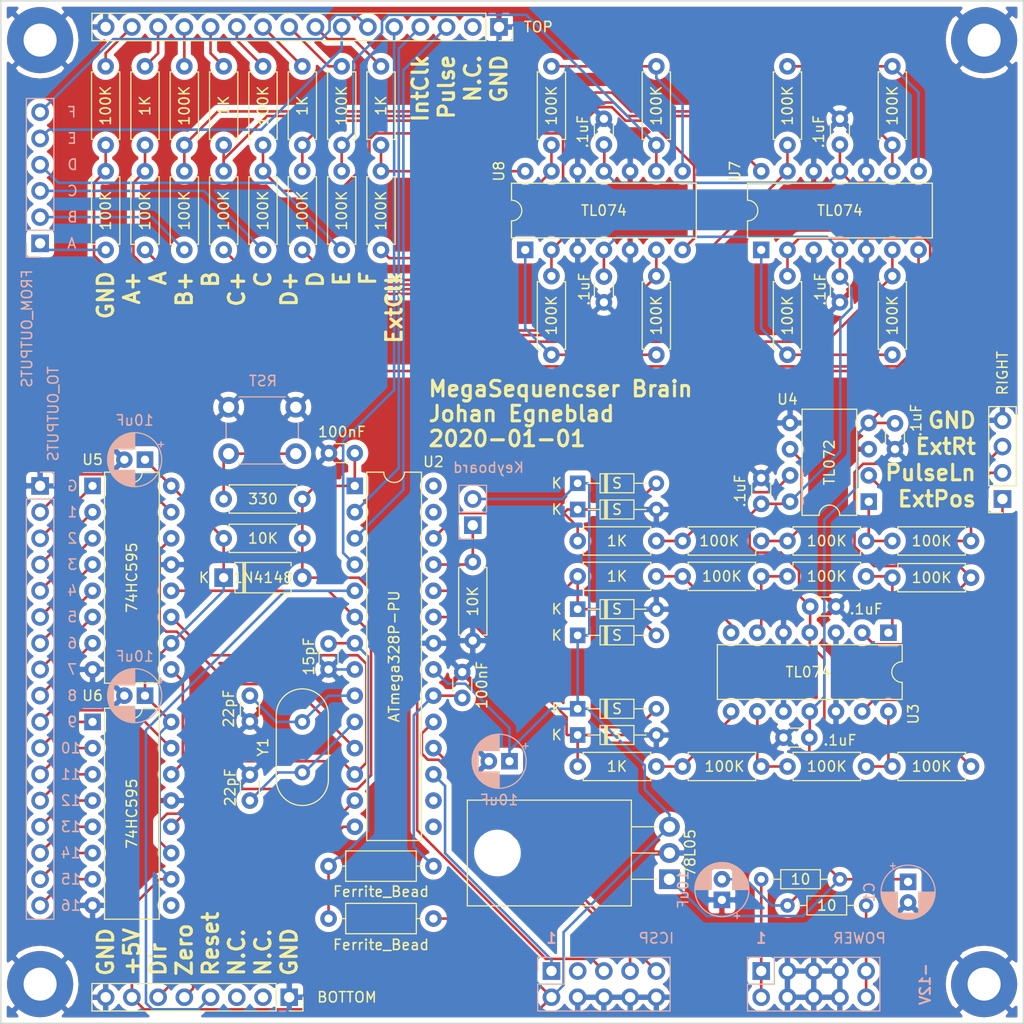
<source format=kicad_pcb>
(kicad_pcb (version 20171130) (host pcbnew 5.1.4)
  (layers (0 F.Cu signal) (31 B.Cu signal) (34 B.Paste user) (35 F.Paste user) (36 B.SilkS user) (37 F.SilkS user) (38 B.Mask user) (39 F.Mask user) (44 Edge.Cuts user))
  (net 0 "")
  (net 1 "Net-(R24-Pad2)")
  (net 2 "Net-(R23-Pad2)")
  (net 3 "Net-(R25-Pad2)")
  (net 4 "Net-(R26-Pad2)")
  (net 5 "Net-(R27-Pad2)")
  (net 6 GND)
  (net 7 "Net-(R22-Pad2)")
  (net 8 "/Analog Inputs/RATE_5V")
  (net 9 "Net-(R20-Pad2)")
  (net 10 "Net-(R10-Pad1)")
  (net 11 "Net-(R11-Pad1)")
  (net 12 "Net-(R12-Pad1)")
  (net 13 "Net-(R21-Pad2)")
  (net 14 /MC/RST)
  (net 15 /MC/D11-MOSI)
  (net 16 /MC/D12-MISO)
  (net 17 /MC/D13-SCK)
  (net 18 +5V)
  (net 19 /MC/XTAL1)
  (net 20 /MC/XTAL2)
  (net 21 /MC/EXT_POS_5V)
  (net 22 /MC/A4)
  (net 23 /MC/A5)
  (net 24 +12V)
  (net 25 -12V)
  (net 26 "/Analog Inputs/PULSE_LENGTH_5V")
  (net 27 "Net-(U6-Pad9)")
  (net 28 /OUTPUTS/SHIFT)
  (net 29 /OUTPUTS/LATCH)
  (net 30 "Net-(U5-Pad9)")
  (net 31 /OUTPUTS/SERIAL)
  (net 32 /OFFSET_A)
  (net 33 /OFFSET_B)
  (net 34 /OUTPUT_B)
  (net 35 /OFFSET_C)
  (net 36 /OUTPUT_C)
  (net 37 /OFFSET_D)
  (net 38 /OUTPUT_D)
  (net 39 /OUTPUT_E)
  (net 40 /EXT_CLOCK_D)
  (net 41 /INT_CLOCK_D)
  (net 42 /STEP_PULSE_D)
  (net 43 "Net-(J1-Pad2)")
  (net 44 /SEQ_DIR_D)
  (net 45 /SEQ_ZERO_D)
  (net 46 /SEQ_RESET_D)
  (net 47 /EXT_POS_A)
  (net 48 /PULSELEN_A)
  (net 49 "Net-(J2-Pad3)")
  (net 50 "Net-(J2-Pad2)")
  (net 51 /MC/INT_POS_5V)
  (net 52 "Net-(J4-Pad10)")
  (net 53 "Net-(J4-Pad1)")
  (net 54 "Net-(J5-Pad3)")
  (net 55 "Net-(J6-Pad17)")
  (net 56 "Net-(J6-Pad16)")
  (net 57 "Net-(J6-Pad15)")
  (net 58 "Net-(J6-Pad14)")
  (net 59 "Net-(J6-Pad13)")
  (net 60 "Net-(J6-Pad12)")
  (net 61 "Net-(J6-Pad11)")
  (net 62 "Net-(J6-Pad10)")
  (net 63 "Net-(J6-Pad9)")
  (net 64 "Net-(J6-Pad8)")
  (net 65 "Net-(J6-Pad7)")
  (net 66 "Net-(J6-Pad6)")
  (net 67 "Net-(J6-Pad5)")
  (net 68 "Net-(J6-Pad4)")
  (net 69 "Net-(J6-Pad3)")
  (net 70 "Net-(J6-Pad2)")
  (net 71 "Net-(J7-Pad4)")
  (net 72 "Net-(J7-Pad3)")
  (net 73 "Net-(J7-Pad2)")
  (net 74 "Net-(J7-Pad1)")
  (net 75 "Net-(R4-Pad2)")
  (net 76 "Net-(R5-Pad2)")
  (net 77 "Net-(R6-Pad2)")
  (net 78 "Net-(R10-Pad2)")
  (net 79 "Net-(R11-Pad2)")
  (net 80 "Net-(R12-Pad2)")
  (net 81 "Net-(R16-Pad2)")
  (net 82 "Net-(R17-Pad2)")
  (net 83 "Net-(R18-Pad2)")
  (net 84 "Net-(R19-Pad2)")
  (net 85 "Net-(R28-Pad2)")
  (net 86 "Net-(R29-Pad2)")
  (net 87 "Net-(R30-Pad2)")
  (net 88 "Net-(R31-Pad2)")
  (net 89 /OUTPUT_F)
  (net 90 "Net-(C16-Pad2)")
  (net 91 "Net-(C17-Pad2)")
  (net 92 "Net-(R40-Pad2)")
  (net 93 /OUTPUT_A)
  (net 94 /MC/D9)
  (net 95 /EXT_RATE_A)
  (net 96 /MC/D10)
  (module Connector_PinSocket_2.54mm:PinSocket_1x04_P2.54mm_Vertical (layer F.Cu) (at 122.428 73.66 180)
    (fp_text reference J8)
    (fp_text value RIGHT (at 0 12.192 90) (layer F.SilkS))
    (pad 4 thru_hole oval (at 0 7.62 180) (size 1.7 1.7) (drill 1) (layers *.Cu *.Mask) (net 6 GND))
    (pad 3 thru_hole oval (at 0 5.08 180) (size 1.7 1.7) (drill 1) (layers *.Cu *.Mask) (net 95 /EXT_RATE_A))
    (pad 2 thru_hole oval (at 0 2.54 180) (size 1.7 1.7) (drill 1) (layers *.Cu *.Mask) (net 48 /PULSELEN_A))
    (pad 1 thru_hole rect (at 0 0 180) (size 1.7 1.7) (drill 1) (layers *.Cu *.Mask) (net 47 /EXT_POS_A))
  )
  (module Connector_PinSocket_2.54mm:PinSocket_1x08_P2.54mm_Vertical (layer F.Cu) (at 53.34 121.92 270)
    (fp_text reference J2)
    (fp_text value BOTTOM (at 0 -5.588 180) (layer F.SilkS))
    (pad 8 thru_hole oval (at 0 17.78 270) (size 1.7 1.7) (drill 1) (layers *.Cu *.Mask) (net 6 GND))
    (pad 7 thru_hole oval (at 0 15.24 270) (size 1.7 1.7) (drill 1) (layers *.Cu *.Mask) (net 18 +5V))
    (pad 6 thru_hole oval (at 0 12.7 270) (size 1.7 1.7) (drill 1) (layers *.Cu *.Mask) (net 44 /SEQ_DIR_D))
    (pad 5 thru_hole oval (at 0 10.16 270) (size 1.7 1.7) (drill 1) (layers *.Cu *.Mask) (net 45 /SEQ_ZERO_D))
    (pad 4 thru_hole oval (at 0 7.62 270) (size 1.7 1.7) (drill 1) (layers *.Cu *.Mask) (net 46 /SEQ_RESET_D))
    (pad 3 thru_hole oval (at 0 5.08 270) (size 1.7 1.7) (drill 1) (layers *.Cu *.Mask) (net 49 "Net-(J2-Pad3)"))
    (pad 2 thru_hole oval (at 0 2.54 270) (size 1.7 1.7) (drill 1) (layers *.Cu *.Mask) (net 50 "Net-(J2-Pad2)"))
    (pad 1 thru_hole rect (at 0 0 270) (size 1.7 1.7) (drill 1) (layers *.Cu *.Mask) (net 6 GND))
  )
  (module Package_DIP:DIP-14_W7.62mm (layer F.Cu) (at 111.379 86.614 270)
    (fp_text reference U3 (at 7.874 -2.413 90) (layer F.SilkS))
    (fp_text value TL074 (at 3.81 7.747 180) (layer F.SilkS))
    (pad 1 thru_hole rect (at 0 0 270) (size 1.6 1.6) (drill 0.8) (layers *.Cu *.Mask) (net 79 "Net-(R11-Pad2)"))
    (pad 8 thru_hole oval (at 7.62 15.24 270) (size 1.6 1.6) (drill 0.8) (layers *.Cu *.Mask) (net 76 "Net-(R5-Pad2)"))
    (pad 2 thru_hole oval (at 0 2.54 270) (size 1.6 1.6) (drill 0.8) (layers *.Cu *.Mask) (net 95 /EXT_RATE_A))
    (pad 9 thru_hole oval (at 7.62 12.7 270) (size 1.6 1.6) (drill 0.8) (layers *.Cu *.Mask) (net 10 "Net-(R10-Pad1)"))
    (pad 3 thru_hole oval (at 0 5.08 270) (size 1.6 1.6) (drill 0.8) (layers *.Cu *.Mask) (net 6 GND))
    (pad 10 thru_hole oval (at 7.62 10.16 270) (size 1.6 1.6) (drill 0.8) (layers *.Cu *.Mask) (net 6 GND))
    (pad 4 thru_hole oval (at 0 7.62 270) (size 1.6 1.6) (drill 0.8) (layers *.Cu *.Mask) (net 24 +12V))
    (pad 11 thru_hole oval (at 7.62 7.62 270) (size 1.6 1.6) (drill 0.8) (layers *.Cu *.Mask) (net 25 -12V))
    (pad 5 thru_hole oval (at 0 10.16 270) (size 1.6 1.6) (drill 0.8) (layers *.Cu *.Mask) (net 6 GND))
    (pad 12 thru_hole oval (at 7.62 5.08 270) (size 1.6 1.6) (drill 0.8) (layers *.Cu *.Mask) (net 6 GND))
    (pad 6 thru_hole oval (at 0 12.7 270) (size 1.6 1.6) (drill 0.8) (layers *.Cu *.Mask) (net 11 "Net-(R11-Pad1)"))
    (pad 13 thru_hole oval (at 7.62 2.54 270) (size 1.6 1.6) (drill 0.8) (layers *.Cu *.Mask) (net 47 /EXT_POS_A))
    (pad 7 thru_hole oval (at 0 15.24 270) (size 1.6 1.6) (drill 0.8) (layers *.Cu *.Mask) (net 75 "Net-(R4-Pad2)"))
    (pad 14 thru_hole oval (at 7.62 0 270) (size 1.6 1.6) (drill 0.8) (layers *.Cu *.Mask) (net 78 "Net-(R10-Pad2)"))
  )
  (module Button_Switch_THT:SW_PUSH_6mm (layer B.Cu) (at 53.975 64.77 180)
    (fp_text reference SW1)
    (fp_text value RST (at 3.175 2.54) (layer B.SilkS) (effects (justify mirror)))
    (pad 1 thru_hole circle (at 6.5 0 90) (size 2 2) (drill 1.1) (layers *.Cu *.Mask) (net 6 GND))
    (pad 2 thru_hole circle (at 6.5 -4.5 90) (size 2 2) (drill 1.1) (layers *.Cu *.Mask) (net 92 "Net-(R40-Pad2)"))
    (pad 1 thru_hole circle (at 0 0 90) (size 2 2) (drill 1.1) (layers *.Cu *.Mask) (net 6 GND))
    (pad 2 thru_hole circle (at 0 -4.5 90) (size 2 2) (drill 1.1) (layers *.Cu *.Mask) (net 92 "Net-(R40-Pad2)"))
  )
  (module Resistor_THT:R_Axial_DIN0207_L6.3mm_D2.5mm_P7.62mm_Horizontal (layer F.Cu) (at 54.61 77.47 180)
    (fp_text reference R41 hide)
    (fp_text value 10K (at 3.81 0) (layer F.SilkS))
    (pad 2 thru_hole oval (at 7.62 0 180) (size 1.6 1.6) (drill 0.8) (layers *.Cu *.Mask) (net 18 +5V))
    (pad 1 thru_hole circle (at 0 0 180) (size 1.6 1.6) (drill 0.8) (layers *.Cu *.Mask) (net 14 /MC/RST))
  )
  (module Resistor_THT:R_Axial_DIN0207_L6.3mm_D2.5mm_P7.62mm_Horizontal (layer F.Cu) (at 54.61 73.66 180)
    (fp_text reference R40)
    (fp_text value 330 (at 3.81 0) (layer F.SilkS))
    (pad 2 thru_hole oval (at 7.62 0 180) (size 1.6 1.6) (drill 0.8) (layers *.Cu *.Mask) (net 92 "Net-(R40-Pad2)"))
    (pad 1 thru_hole circle (at 0 0 180) (size 1.6 1.6) (drill 0.8) (layers *.Cu *.Mask) (net 14 /MC/RST))
  )
  (module Inductor_THT:L_Axial_L6.6mm_D2.7mm_P10.16mm_Horizontal_Vishay_IM-2 (layer F.Cu) (at 57.15 109.22)
    (fp_text reference FB2 hide)
    (fp_text value Ferrite_Bead (at 5.08 2.47) (layer F.SilkS))
    (pad 2 thru_hole oval (at 10.16 0) (size 1.6 1.6) (drill 0.8) (layers *.Cu *.Mask) (net 91 "Net-(C17-Pad2)"))
    (pad 1 thru_hole circle (at 0 0) (size 1.6 1.6) (drill 0.8) (layers *.Cu *.Mask) (net 90 "Net-(C16-Pad2)"))
  )
  (module Inductor_THT:L_Axial_L6.6mm_D2.7mm_P10.16mm_Horizontal_Vishay_IM-2 (layer F.Cu) (at 67.31 114.3 180)
    (fp_text reference FB1 hide)
    (fp_text value Ferrite_Bead (at 5.08 -2.54) (layer F.SilkS))
    (pad 2 thru_hole oval (at 10.16 0 180) (size 1.6 1.6) (drill 0.8) (layers *.Cu *.Mask) (net 90 "Net-(C16-Pad2)"))
    (pad 1 thru_hole circle (at 0 0 180) (size 1.6 1.6) (drill 0.8) (layers *.Cu *.Mask) (net 18 +5V))
  )
  (module Diode_THT:D_A-405_P7.62mm_Horizontal (layer F.Cu) (at 46.99 81.28)
    (fp_text reference D7 hide)
    (fp_text value 1N4148 (at 3.81 0) (layer F.SilkS))
    (fp_text user K (at -1.905 0) (layer F.SilkS))
    (pad 2 thru_hole oval (at 7.62 0) (size 1.8 1.8) (drill 0.9) (layers *.Cu *.Mask) (net 14 /MC/RST))
    (pad 1 thru_hole rect (at 0 0) (size 1.8 1.8) (drill 0.9) (layers *.Cu *.Mask) (net 18 +5V))
  )
  (module Capacitor_THT:C_Disc_D3.0mm_W1.6mm_P2.50mm (layer F.Cu) (at 59.69 69.215 180)
    (fp_text reference C18)
    (fp_text value 100nF (at 1.25 2.05 180) (layer F.SilkS))
    (pad 2 thru_hole circle (at 2.5 0 180) (size 1.6 1.6) (drill 0.8) (layers *.Cu *.Mask) (net 6 GND))
    (pad 1 thru_hole circle (at 0 0 180) (size 1.6 1.6) (drill 0.8) (layers *.Cu *.Mask) (net 14 /MC/RST))
  )
  (module Capacitor_THT:C_Disc_D3.0mm_W1.6mm_P2.50mm (layer F.Cu) (at 70.104 90.424 270)
    (fp_text reference C17)
    (fp_text value 100nF (at 1.25 -1.905 90) (layer F.SilkS))
    (pad 2 thru_hole circle (at 2.5 0 270) (size 1.6 1.6) (drill 0.8) (layers *.Cu *.Mask) (net 91 "Net-(C17-Pad2)"))
    (pad 1 thru_hole circle (at 0 0 270) (size 1.6 1.6) (drill 0.8) (layers *.Cu *.Mask) (net 6 GND))
  )
  (module Capacitor_THT:C_Disc_D3.0mm_W1.6mm_P2.50mm (layer F.Cu) (at 57.15 90.17 90)
    (fp_text reference C16)
    (fp_text value 15pF (at 1.25 -1.905 90) (layer F.SilkS))
    (pad 2 thru_hole circle (at 2.5 0 90) (size 1.6 1.6) (drill 0.8) (layers *.Cu *.Mask) (net 90 "Net-(C16-Pad2)"))
    (pad 1 thru_hole circle (at 0 0 90) (size 1.6 1.6) (drill 0.8) (layers *.Cu *.Mask) (net 6 GND))
  )
  (module Crystal:Crystal_HC18-U_Vertical (layer F.Cu) (at 54.61 95.25 270)
    (fp_text reference Y1 (at 2.45 3.81 90) (layer F.SilkS))
    (fp_text value Crystal)
    (pad 2 thru_hole circle (at 4.9 0 270) (size 1.5 1.5) (drill 0.8) (layers *.Cu *.Mask) (net 20 /MC/XTAL2))
    (pad 1 thru_hole circle (at 0 0 270) (size 1.5 1.5) (drill 0.8) (layers *.Cu *.Mask) (net 19 /MC/XTAL1))
  )
  (module Package_TO_SOT_THT:TO-220-3_Horizontal_TabDown (layer F.Cu) (at 90.17 110.49 90)
    (fp_text reference U1)
    (fp_text value 78L05 (at 2.54 2 90) (layer F.SilkS))
    (pad 3 thru_hole oval (at 5.08 0 90) (size 1.905 2) (drill 1.1) (layers *.Cu *.Mask) (net 18 +5V))
    (pad 2 thru_hole oval (at 2.54 0 90) (size 1.905 2) (drill 1.1) (layers *.Cu *.Mask) (net 6 GND))
    (pad 1 thru_hole rect (at 0 0 90) (size 1.905 2) (drill 1.1) (layers *.Cu *.Mask) (net 24 +12V))
    (pad "" np_thru_hole oval (at 2.54 -16.66 90) (size 3.5 3.5) (drill 3.5) (layers *.Cu *.Mask))
  )
  (module Capacitor_THT:C_Disc_D3.0mm_W1.6mm_P2.50mm (layer F.Cu) (at 49.53 102.87 90)
    (fp_text reference C15)
    (fp_text value 22pF (at 1.27 -1.905 90) (layer F.SilkS))
    (pad 2 thru_hole circle (at 2.5 0 90) (size 1.6 1.6) (drill 0.8) (layers *.Cu *.Mask) (net 6 GND))
    (pad 1 thru_hole circle (at 0 0 90) (size 1.6 1.6) (drill 0.8) (layers *.Cu *.Mask) (net 20 /MC/XTAL2))
  )
  (module Capacitor_THT:C_Disc_D3.0mm_W1.6mm_P2.50mm (layer F.Cu) (at 49.53 92.71 270)
    (fp_text reference C14)
    (fp_text value 22pF (at 1.25 2.05 90) (layer F.SilkS))
    (pad 2 thru_hole circle (at 2.5 0 270) (size 1.6 1.6) (drill 0.8) (layers *.Cu *.Mask) (net 6 GND))
    (pad 1 thru_hole circle (at 0 0 270) (size 1.6 1.6) (drill 0.8) (layers *.Cu *.Mask) (net 19 /MC/XTAL1))
  )
  (module Connector_PinSocket_2.54mm:PinSocket_1x16_P2.54mm_Vertical (layer F.Cu) (at 73.66 27.94 270)
    (fp_text reference J1)
    (fp_text value TOP (at 0 -3.81) (layer F.SilkS))
    (pad 16 thru_hole oval (at 0 38.1 270) (size 1.7 1.7) (drill 1) (layers *.Cu *.Mask) (net 6 GND))
    (pad 15 thru_hole oval (at 0 35.56 270) (size 1.7 1.7) (drill 1) (layers *.Cu *.Mask) (net 32 /OFFSET_A))
    (pad 14 thru_hole oval (at 0 33.02 270) (size 1.7 1.7) (drill 1) (layers *.Cu *.Mask) (net 93 /OUTPUT_A))
    (pad 13 thru_hole oval (at 0 30.48 270) (size 1.7 1.7) (drill 1) (layers *.Cu *.Mask) (net 33 /OFFSET_B))
    (pad 12 thru_hole oval (at 0 27.94 270) (size 1.7 1.7) (drill 1) (layers *.Cu *.Mask) (net 34 /OUTPUT_B))
    (pad 11 thru_hole oval (at 0 25.4 270) (size 1.7 1.7) (drill 1) (layers *.Cu *.Mask) (net 35 /OFFSET_C))
    (pad 10 thru_hole oval (at 0 22.86 270) (size 1.7 1.7) (drill 1) (layers *.Cu *.Mask) (net 36 /OUTPUT_C))
    (pad 9 thru_hole oval (at 0 20.32 270) (size 1.7 1.7) (drill 1) (layers *.Cu *.Mask) (net 37 /OFFSET_D))
    (pad 8 thru_hole oval (at 0 17.78 270) (size 1.7 1.7) (drill 1) (layers *.Cu *.Mask) (net 38 /OUTPUT_D))
    (pad 7 thru_hole oval (at 0 15.24 270) (size 1.7 1.7) (drill 1) (layers *.Cu *.Mask) (net 39 /OUTPUT_E))
    (pad 6 thru_hole oval (at 0 12.7 270) (size 1.7 1.7) (drill 1) (layers *.Cu *.Mask) (net 89 /OUTPUT_F))
    (pad 5 thru_hole oval (at 0 10.16 270) (size 1.7 1.7) (drill 1) (layers *.Cu *.Mask) (net 40 /EXT_CLOCK_D))
    (pad 4 thru_hole oval (at 0 7.62 270) (size 1.7 1.7) (drill 1) (layers *.Cu *.Mask) (net 41 /INT_CLOCK_D))
    (pad 3 thru_hole oval (at 0 5.08 270) (size 1.7 1.7) (drill 1) (layers *.Cu *.Mask) (net 42 /STEP_PULSE_D))
    (pad 2 thru_hole oval (at 0 2.54 270) (size 1.7 1.7) (drill 1) (layers *.Cu *.Mask) (net 43 "Net-(J1-Pad2)"))
    (pad 1 thru_hole rect (at 0 0 270) (size 1.7 1.7) (drill 1) (layers *.Cu *.Mask) (net 6 GND))
  )
  (module MountingHole:MountingHole_3.2mm_M3_Pad (layer F.Cu) (at 120.65 120.65)
    (fp_text reference H4)
    (fp_text value M3)
    (pad 1 thru_hole circle (at 0 0) (size 6.4 6.4) (drill 3.2) (layers *.Cu *.Mask) (net 6 GND))
  )
  (module MountingHole:MountingHole_3.2mm_M3_Pad (layer F.Cu) (at 120.65 29.21)
    (fp_text reference H3)
    (fp_text value M3)
    (pad 1 thru_hole circle (at 0 0) (size 6.4 6.4) (drill 3.2) (layers *.Cu *.Mask) (net 6 GND))
  )
  (module MountingHole:MountingHole_3.2mm_M3_Pad (layer F.Cu) (at 29.21 120.65)
    (fp_text reference H2)
    (fp_text value M3)
    (pad 1 thru_hole circle (at 0 0) (size 6.4 6.4) (drill 3.2) (layers *.Cu *.Mask) (net 6 GND))
  )
  (module MountingHole:MountingHole_3.2mm_M3_Pad (layer F.Cu) (at 29.21 29.21)
    (fp_text reference H1)
    (fp_text value M3)
    (pad 1 thru_hole circle (at 0 0) (size 6.4 6.4) (drill 3.2) (layers *.Cu *.Mask) (net 6 GND))
  )
  (module Package_DIP:DIP-14_W7.62mm (layer F.Cu) (at 76.2 49.53 90)
    (fp_text reference U8 hide)
    (fp_text value TL074 (at 3.81 7.62 180) (layer F.SilkS))
    (fp_text user %R (at 7.62 -2.54 90) (layer F.SilkS))
    (pad 14 thru_hole oval (at 7.62 0 90) (size 1.6 1.6) (drill 0.8) (layers *.Cu *.Mask) (net 84 "Net-(R19-Pad2)"))
    (pad 7 thru_hole oval (at 0 15.24 90) (size 1.6 1.6) (drill 0.8) (layers *.Cu *.Mask) (net 83 "Net-(R18-Pad2)"))
    (pad 13 thru_hole oval (at 7.62 2.54 90) (size 1.6 1.6) (drill 0.8) (layers *.Cu *.Mask) (net 2 "Net-(R23-Pad2)"))
    (pad 6 thru_hole oval (at 0 12.7 90) (size 1.6 1.6) (drill 0.8) (layers *.Cu *.Mask) (net 13 "Net-(R21-Pad2)"))
    (pad 12 thru_hole oval (at 7.62 5.08 90) (size 1.6 1.6) (drill 0.8) (layers *.Cu *.Mask) (net 6 GND))
    (pad 5 thru_hole oval (at 0 10.16 90) (size 1.6 1.6) (drill 0.8) (layers *.Cu *.Mask) (net 6 GND))
    (pad 11 thru_hole oval (at 7.62 7.62 90) (size 1.6 1.6) (drill 0.8) (layers *.Cu *.Mask) (net 25 -12V))
    (pad 4 thru_hole oval (at 0 7.62 90) (size 1.6 1.6) (drill 0.8) (layers *.Cu *.Mask) (net 24 +12V))
    (pad 10 thru_hole oval (at 7.62 10.16 90) (size 1.6 1.6) (drill 0.8) (layers *.Cu *.Mask) (net 6 GND))
    (pad 3 thru_hole oval (at 0 5.08 90) (size 1.6 1.6) (drill 0.8) (layers *.Cu *.Mask) (net 6 GND))
    (pad 9 thru_hole oval (at 7.62 12.7 90) (size 1.6 1.6) (drill 0.8) (layers *.Cu *.Mask) (net 88 "Net-(R31-Pad2)"))
    (pad 2 thru_hole oval (at 0 2.54 90) (size 1.6 1.6) (drill 0.8) (layers *.Cu *.Mask) (net 87 "Net-(R30-Pad2)"))
    (pad 8 thru_hole oval (at 7.62 15.24 90) (size 1.6 1.6) (drill 0.8) (layers *.Cu *.Mask) (net 3 "Net-(R25-Pad2)"))
    (pad 1 thru_hole rect (at 0 0 90) (size 1.6 1.6) (drill 0.8) (layers *.Cu *.Mask) (net 5 "Net-(R27-Pad2)"))
  )
  (module Package_DIP:DIP-14_W7.62mm (layer F.Cu) (at 99.06 49.53 90)
    (fp_text reference U7 hide)
    (fp_text value TL074 (at 3.81 7.62 180) (layer F.SilkS))
    (fp_text user %R (at 7.62 -2.54 90) (layer F.SilkS))
    (pad 14 thru_hole oval (at 7.62 0 90) (size 1.6 1.6) (drill 0.8) (layers *.Cu *.Mask) (net 82 "Net-(R17-Pad2)"))
    (pad 7 thru_hole oval (at 0 15.24 90) (size 1.6 1.6) (drill 0.8) (layers *.Cu *.Mask) (net 81 "Net-(R16-Pad2)"))
    (pad 13 thru_hole oval (at 7.62 2.54 90) (size 1.6 1.6) (drill 0.8) (layers *.Cu *.Mask) (net 7 "Net-(R22-Pad2)"))
    (pad 6 thru_hole oval (at 0 12.7 90) (size 1.6 1.6) (drill 0.8) (layers *.Cu *.Mask) (net 9 "Net-(R20-Pad2)"))
    (pad 12 thru_hole oval (at 7.62 5.08 90) (size 1.6 1.6) (drill 0.8) (layers *.Cu *.Mask) (net 6 GND))
    (pad 5 thru_hole oval (at 0 10.16 90) (size 1.6 1.6) (drill 0.8) (layers *.Cu *.Mask) (net 6 GND))
    (pad 11 thru_hole oval (at 7.62 7.62 90) (size 1.6 1.6) (drill 0.8) (layers *.Cu *.Mask) (net 25 -12V))
    (pad 4 thru_hole oval (at 0 7.62 90) (size 1.6 1.6) (drill 0.8) (layers *.Cu *.Mask) (net 24 +12V))
    (pad 10 thru_hole oval (at 7.62 10.16 90) (size 1.6 1.6) (drill 0.8) (layers *.Cu *.Mask) (net 6 GND))
    (pad 3 thru_hole oval (at 0 5.08 90) (size 1.6 1.6) (drill 0.8) (layers *.Cu *.Mask) (net 6 GND))
    (pad 9 thru_hole oval (at 7.62 12.7 90) (size 1.6 1.6) (drill 0.8) (layers *.Cu *.Mask) (net 86 "Net-(R29-Pad2)"))
    (pad 2 thru_hole oval (at 0 2.54 90) (size 1.6 1.6) (drill 0.8) (layers *.Cu *.Mask) (net 85 "Net-(R28-Pad2)"))
    (pad 8 thru_hole oval (at 7.62 15.24 90) (size 1.6 1.6) (drill 0.8) (layers *.Cu *.Mask) (net 1 "Net-(R24-Pad2)"))
    (pad 1 thru_hole rect (at 0 0 90) (size 1.6 1.6) (drill 0.8) (layers *.Cu *.Mask) (net 4 "Net-(R26-Pad2)"))
  )
  (module Resistor_THT:R_Axial_DIN0207_L6.3mm_D2.5mm_P7.62mm_Horizontal (layer F.Cu) (at 58.42 39.37 90)
    (fp_text reference R39 hide)
    (fp_text value 100K (at 3.81 0 270) (layer F.SilkS))
    (pad 2 thru_hole oval (at 7.62 0 90) (size 1.6 1.6) (drill 0.8) (layers *.Cu *.Mask) (net 37 /OFFSET_D))
    (pad 1 thru_hole circle (at 0 0 90) (size 1.6 1.6) (drill 0.8) (layers *.Cu *.Mask) (net 88 "Net-(R31-Pad2)"))
  )
  (module Resistor_THT:R_Axial_DIN0207_L6.3mm_D2.5mm_P7.62mm_Horizontal (layer F.Cu) (at 58.42 41.91 270)
    (fp_text reference R38 hide)
    (fp_text value 100K (at 3.81 0 90) (layer F.SilkS))
    (pad 2 thru_hole oval (at 7.62 0 270) (size 1.6 1.6) (drill 0.8) (layers *.Cu *.Mask) (net 71 "Net-(J7-Pad4)"))
    (pad 1 thru_hole circle (at 0 0 270) (size 1.6 1.6) (drill 0.8) (layers *.Cu *.Mask) (net 88 "Net-(R31-Pad2)"))
  )
  (module Resistor_THT:R_Axial_DIN0207_L6.3mm_D2.5mm_P7.62mm_Horizontal (layer F.Cu) (at 50.8 39.37 90)
    (fp_text reference R37 hide)
    (fp_text value 100K (at 3.81 0 90) (layer F.SilkS))
    (pad 2 thru_hole oval (at 7.62 0 90) (size 1.6 1.6) (drill 0.8) (layers *.Cu *.Mask) (net 35 /OFFSET_C))
    (pad 1 thru_hole circle (at 0 0 90) (size 1.6 1.6) (drill 0.8) (layers *.Cu *.Mask) (net 87 "Net-(R30-Pad2)"))
  )
  (module Resistor_THT:R_Axial_DIN0207_L6.3mm_D2.5mm_P7.62mm_Horizontal (layer F.Cu) (at 50.8 41.91 270)
    (fp_text reference R36 hide)
    (fp_text value 100K (at 3.81 0 90) (layer F.SilkS))
    (pad 2 thru_hole oval (at 7.62 0 270) (size 1.6 1.6) (drill 0.8) (layers *.Cu *.Mask) (net 72 "Net-(J7-Pad3)"))
    (pad 1 thru_hole circle (at 0 0 270) (size 1.6 1.6) (drill 0.8) (layers *.Cu *.Mask) (net 87 "Net-(R30-Pad2)"))
  )
  (module Resistor_THT:R_Axial_DIN0207_L6.3mm_D2.5mm_P7.62mm_Horizontal (layer F.Cu) (at 43.18 39.37 90)
    (fp_text reference R35 hide)
    (fp_text value 100K (at 3.81 0 270) (layer F.SilkS))
    (pad 2 thru_hole oval (at 7.62 0 90) (size 1.6 1.6) (drill 0.8) (layers *.Cu *.Mask) (net 33 /OFFSET_B))
    (pad 1 thru_hole circle (at 0 0 90) (size 1.6 1.6) (drill 0.8) (layers *.Cu *.Mask) (net 86 "Net-(R29-Pad2)"))
  )
  (module Resistor_THT:R_Axial_DIN0207_L6.3mm_D2.5mm_P7.62mm_Horizontal (layer F.Cu) (at 43.18 41.91 270)
    (fp_text reference R34 hide)
    (fp_text value 100K (at 3.81 0 90) (layer F.SilkS))
    (pad 2 thru_hole oval (at 7.62 0 270) (size 1.6 1.6) (drill 0.8) (layers *.Cu *.Mask) (net 73 "Net-(J7-Pad2)"))
    (pad 1 thru_hole circle (at 0 0 270) (size 1.6 1.6) (drill 0.8) (layers *.Cu *.Mask) (net 86 "Net-(R29-Pad2)"))
  )
  (module Resistor_THT:R_Axial_DIN0207_L6.3mm_D2.5mm_P7.62mm_Horizontal (layer F.Cu) (at 35.56 39.37 90)
    (fp_text reference R33 hide)
    (fp_text value 100K (at 3.81 0 270) (layer F.SilkS))
    (pad 2 thru_hole oval (at 7.62 0 90) (size 1.6 1.6) (drill 0.8) (layers *.Cu *.Mask) (net 32 /OFFSET_A))
    (pad 1 thru_hole circle (at 0 0 90) (size 1.6 1.6) (drill 0.8) (layers *.Cu *.Mask) (net 85 "Net-(R28-Pad2)"))
  )
  (module Resistor_THT:R_Axial_DIN0207_L6.3mm_D2.5mm_P7.62mm_Horizontal (layer F.Cu) (at 35.56 41.91 270)
    (fp_text reference R32 hide)
    (fp_text value 100K (at 3.81 0 270) (layer F.SilkS))
    (pad 2 thru_hole oval (at 7.62 0 270) (size 1.6 1.6) (drill 0.8) (layers *.Cu *.Mask) (net 74 "Net-(J7-Pad1)"))
    (pad 1 thru_hole circle (at 0 0 270) (size 1.6 1.6) (drill 0.8) (layers *.Cu *.Mask) (net 85 "Net-(R28-Pad2)"))
  )
  (module Resistor_THT:R_Axial_DIN0207_L6.3mm_D2.5mm_P7.62mm_Horizontal (layer F.Cu) (at 88.9 31.75 270)
    (fp_text reference R31 hide)
    (fp_text value 100K (at 3.81 0 90) (layer F.SilkS))
    (pad 2 thru_hole oval (at 7.62 0 270) (size 1.6 1.6) (drill 0.8) (layers *.Cu *.Mask) (net 88 "Net-(R31-Pad2)"))
    (pad 1 thru_hole circle (at 0 0 270) (size 1.6 1.6) (drill 0.8) (layers *.Cu *.Mask) (net 3 "Net-(R25-Pad2)"))
  )
  (module Resistor_THT:R_Axial_DIN0207_L6.3mm_D2.5mm_P7.62mm_Horizontal (layer F.Cu) (at 78.74 59.69 90)
    (fp_text reference R30 hide)
    (fp_text value 100K (at 3.81 0 90) (layer F.SilkS))
    (pad 2 thru_hole oval (at 7.62 0 90) (size 1.6 1.6) (drill 0.8) (layers *.Cu *.Mask) (net 87 "Net-(R30-Pad2)"))
    (pad 1 thru_hole circle (at 0 0 90) (size 1.6 1.6) (drill 0.8) (layers *.Cu *.Mask) (net 5 "Net-(R27-Pad2)"))
  )
  (module Resistor_THT:R_Axial_DIN0207_L6.3mm_D2.5mm_P7.62mm_Horizontal (layer F.Cu) (at 111.76 31.75 270)
    (fp_text reference R29 hide)
    (fp_text value 100K (at 3.81 0 270) (layer F.SilkS))
    (pad 2 thru_hole oval (at 7.62 0 270) (size 1.6 1.6) (drill 0.8) (layers *.Cu *.Mask) (net 86 "Net-(R29-Pad2)"))
    (pad 1 thru_hole circle (at 0 0 270) (size 1.6 1.6) (drill 0.8) (layers *.Cu *.Mask) (net 1 "Net-(R24-Pad2)"))
  )
  (module Resistor_THT:R_Axial_DIN0207_L6.3mm_D2.5mm_P7.62mm_Horizontal (layer F.Cu) (at 101.6 59.69 90)
    (fp_text reference R28 hide)
    (fp_text value 100K (at 3.81 0 90) (layer F.SilkS))
    (pad 2 thru_hole oval (at 7.62 0 90) (size 1.6 1.6) (drill 0.8) (layers *.Cu *.Mask) (net 85 "Net-(R28-Pad2)"))
    (pad 1 thru_hole circle (at 0 0 90) (size 1.6 1.6) (drill 0.8) (layers *.Cu *.Mask) (net 4 "Net-(R26-Pad2)"))
  )
  (module Resistor_THT:R_Axial_DIN0207_L6.3mm_D2.5mm_P7.62mm_Horizontal (layer F.Cu) (at 88.9 52.07 270)
    (fp_text reference R27 hide)
    (fp_text value 100K (at 3.81 0 90) (layer F.SilkS))
    (pad 2 thru_hole oval (at 7.62 0 270) (size 1.6 1.6) (drill 0.8) (layers *.Cu *.Mask) (net 5 "Net-(R27-Pad2)"))
    (pad 1 thru_hole circle (at 0 0 270) (size 1.6 1.6) (drill 0.8) (layers *.Cu *.Mask) (net 13 "Net-(R21-Pad2)"))
  )
  (module Resistor_THT:R_Axial_DIN0207_L6.3mm_D2.5mm_P7.62mm_Horizontal (layer F.Cu) (at 111.76 52.07 270)
    (fp_text reference R26 hide)
    (fp_text value 100K (at 3.81 0 90) (layer F.SilkS))
    (pad 2 thru_hole oval (at 7.62 0 270) (size 1.6 1.6) (drill 0.8) (layers *.Cu *.Mask) (net 4 "Net-(R26-Pad2)"))
    (pad 1 thru_hole circle (at 0 0 270) (size 1.6 1.6) (drill 0.8) (layers *.Cu *.Mask) (net 9 "Net-(R20-Pad2)"))
  )
  (module Resistor_THT:R_Axial_DIN0207_L6.3mm_D2.5mm_P7.62mm_Horizontal (layer F.Cu) (at 78.74 39.37 90)
    (fp_text reference R25 hide)
    (fp_text value 100K (at 3.81 0 90) (layer F.SilkS))
    (pad 2 thru_hole oval (at 7.62 0 90) (size 1.6 1.6) (drill 0.8) (layers *.Cu *.Mask) (net 3 "Net-(R25-Pad2)"))
    (pad 1 thru_hole circle (at 0 0 90) (size 1.6 1.6) (drill 0.8) (layers *.Cu *.Mask) (net 2 "Net-(R23-Pad2)"))
  )
  (module Resistor_THT:R_Axial_DIN0207_L6.3mm_D2.5mm_P7.62mm_Horizontal (layer F.Cu) (at 101.6 39.37 90)
    (fp_text reference R24 hide)
    (fp_text value 100K (at 3.81 0 270) (layer F.SilkS))
    (pad 2 thru_hole oval (at 7.62 0 90) (size 1.6 1.6) (drill 0.8) (layers *.Cu *.Mask) (net 1 "Net-(R24-Pad2)"))
    (pad 1 thru_hole circle (at 0 0 90) (size 1.6 1.6) (drill 0.8) (layers *.Cu *.Mask) (net 7 "Net-(R22-Pad2)"))
  )
  (module Resistor_THT:R_Axial_DIN0207_L6.3mm_D2.5mm_P7.62mm_Horizontal (layer F.Cu) (at 62.23 41.91 270)
    (fp_text reference R23 hide)
    (fp_text value 100K (at 3.81 0 90) (layer F.SilkS))
    (pad 2 thru_hole oval (at 7.62 0 270) (size 1.6 1.6) (drill 0.8) (layers *.Cu *.Mask) (net 2 "Net-(R23-Pad2)"))
    (pad 1 thru_hole circle (at 0 0 270) (size 1.6 1.6) (drill 0.8) (layers *.Cu *.Mask) (net 84 "Net-(R19-Pad2)"))
  )
  (module Resistor_THT:R_Axial_DIN0207_L6.3mm_D2.5mm_P7.62mm_Horizontal (layer F.Cu) (at 46.99 41.91 270)
    (fp_text reference R22 hide)
    (fp_text value 100K (at 3.81 0 90) (layer F.SilkS))
    (pad 2 thru_hole oval (at 7.62 0 270) (size 1.6 1.6) (drill 0.8) (layers *.Cu *.Mask) (net 7 "Net-(R22-Pad2)"))
    (pad 1 thru_hole circle (at 0 0 270) (size 1.6 1.6) (drill 0.8) (layers *.Cu *.Mask) (net 82 "Net-(R17-Pad2)"))
  )
  (module Resistor_THT:R_Axial_DIN0207_L6.3mm_D2.5mm_P7.62mm_Horizontal (layer F.Cu) (at 54.61 41.91 270)
    (fp_text reference R21 hide)
    (fp_text value 100K (at 3.81 0 90) (layer F.SilkS))
    (pad 2 thru_hole oval (at 7.62 0 270) (size 1.6 1.6) (drill 0.8) (layers *.Cu *.Mask) (net 13 "Net-(R21-Pad2)"))
    (pad 1 thru_hole circle (at 0 0 270) (size 1.6 1.6) (drill 0.8) (layers *.Cu *.Mask) (net 83 "Net-(R18-Pad2)"))
  )
  (module Resistor_THT:R_Axial_DIN0207_L6.3mm_D2.5mm_P7.62mm_Horizontal (layer F.Cu) (at 39.37 41.91 270)
    (fp_text reference R20 hide)
    (fp_text value 100K (at 3.81 0 90) (layer F.SilkS))
    (pad 2 thru_hole oval (at 7.62 0 270) (size 1.6 1.6) (drill 0.8) (layers *.Cu *.Mask) (net 9 "Net-(R20-Pad2)"))
    (pad 1 thru_hole circle (at 0 0 270) (size 1.6 1.6) (drill 0.8) (layers *.Cu *.Mask) (net 81 "Net-(R16-Pad2)"))
  )
  (module Resistor_THT:R_Axial_DIN0207_L6.3mm_D2.5mm_P7.62mm_Horizontal (layer F.Cu) (at 62.23 31.75 270)
    (fp_text reference R19 hide)
    (fp_text value 1K (at 3.81 0 270) (layer F.SilkS))
    (pad 2 thru_hole oval (at 7.62 0 270) (size 1.6 1.6) (drill 0.8) (layers *.Cu *.Mask) (net 84 "Net-(R19-Pad2)"))
    (pad 1 thru_hole circle (at 0 0 270) (size 1.6 1.6) (drill 0.8) (layers *.Cu *.Mask) (net 38 /OUTPUT_D))
  )
  (module Resistor_THT:R_Axial_DIN0207_L6.3mm_D2.5mm_P7.62mm_Horizontal (layer F.Cu) (at 54.61 31.75 270)
    (fp_text reference R18 hide)
    (fp_text value 1K (at 3.81 0 90) (layer F.SilkS))
    (pad 2 thru_hole oval (at 7.62 0 270) (size 1.6 1.6) (drill 0.8) (layers *.Cu *.Mask) (net 83 "Net-(R18-Pad2)"))
    (pad 1 thru_hole circle (at 0 0 270) (size 1.6 1.6) (drill 0.8) (layers *.Cu *.Mask) (net 36 /OUTPUT_C))
  )
  (module Resistor_THT:R_Axial_DIN0207_L6.3mm_D2.5mm_P7.62mm_Horizontal (layer F.Cu) (at 46.99 31.75 270)
    (fp_text reference R17 hide)
    (fp_text value 1K (at 3.81 0 90) (layer F.SilkS))
    (pad 2 thru_hole oval (at 7.62 0 270) (size 1.6 1.6) (drill 0.8) (layers *.Cu *.Mask) (net 82 "Net-(R17-Pad2)"))
    (pad 1 thru_hole circle (at 0 0 270) (size 1.6 1.6) (drill 0.8) (layers *.Cu *.Mask) (net 34 /OUTPUT_B))
  )
  (module Resistor_THT:R_Axial_DIN0207_L6.3mm_D2.5mm_P7.62mm_Horizontal (layer F.Cu) (at 39.37 31.75 270)
    (fp_text reference R16 hide)
    (fp_text value 1K (at 3.81 0 90) (layer F.SilkS))
    (pad 2 thru_hole oval (at 7.62 0 270) (size 1.6 1.6) (drill 0.8) (layers *.Cu *.Mask) (net 81 "Net-(R16-Pad2)"))
    (pad 1 thru_hole circle (at 0 0 270) (size 1.6 1.6) (drill 0.8) (layers *.Cu *.Mask) (net 93 /OUTPUT_A))
  )
  (module Resistor_THT:R_Axial_DIN0207_L6.3mm_D2.5mm_P7.62mm_Horizontal (layer F.Cu) (at 71.12 79.756 270)
    (fp_text reference R1 hide)
    (fp_text value 10K (at 3.81 0 90) (layer F.SilkS))
    (pad 2 thru_hole oval (at 7.62 0 270) (size 1.6 1.6) (drill 0.8) (layers *.Cu *.Mask) (net 6 GND))
    (pad 1 thru_hole circle (at 0 0 270) (size 1.6 1.6) (drill 0.8) (layers *.Cu *.Mask) (net 51 /MC/INT_POS_5V))
  )
  (module Connector_PinHeader_2.54mm:PinHeader_1x06_P2.54mm_Vertical (layer B.Cu) (at 29.21 48.895)
    (fp_text reference J7)
    (fp_text value FROM_OUTPUTS (at -1.27 8.255 90) (layer B.SilkS) (effects (justify mirror)))
    (pad 6 thru_hole oval (at 0 -12.7) (size 1.7 1.7) (drill 1) (layers *.Cu *.Mask) (net 89 /OUTPUT_F))
    (pad 5 thru_hole oval (at 0 -10.16) (size 1.7 1.7) (drill 1) (layers *.Cu *.Mask) (net 39 /OUTPUT_E))
    (pad 4 thru_hole oval (at 0 -7.62) (size 1.7 1.7) (drill 1) (layers *.Cu *.Mask) (net 71 "Net-(J7-Pad4)"))
    (pad 3 thru_hole oval (at 0 -5.08) (size 1.7 1.7) (drill 1) (layers *.Cu *.Mask) (net 72 "Net-(J7-Pad3)"))
    (pad 2 thru_hole oval (at 0 -2.54) (size 1.7 1.7) (drill 1) (layers *.Cu *.Mask) (net 73 "Net-(J7-Pad2)"))
    (pad 1 thru_hole rect (at 0 0) (size 1.7 1.7) (drill 1) (layers *.Cu *.Mask) (net 74 "Net-(J7-Pad1)"))
  )
  (module Connector_PinHeader_2.54mm:PinHeader_1x17_P2.54mm_Vertical (layer B.Cu) (at 29.21 72.39 180)
    (fp_text reference J6)
    (fp_text value TO_OUTPUTS (at -1.27 6.985 90) (layer B.SilkS) (effects (justify mirror)))
    (pad 17 thru_hole oval (at 0 -40.64 180) (size 1.7 1.7) (drill 1) (layers *.Cu *.Mask) (net 55 "Net-(J6-Pad17)"))
    (pad 16 thru_hole oval (at 0 -38.1 180) (size 1.7 1.7) (drill 1) (layers *.Cu *.Mask) (net 56 "Net-(J6-Pad16)"))
    (pad 15 thru_hole oval (at 0 -35.56 180) (size 1.7 1.7) (drill 1) (layers *.Cu *.Mask) (net 57 "Net-(J6-Pad15)"))
    (pad 14 thru_hole oval (at 0 -33.02 180) (size 1.7 1.7) (drill 1) (layers *.Cu *.Mask) (net 58 "Net-(J6-Pad14)"))
    (pad 13 thru_hole oval (at 0 -30.48 180) (size 1.7 1.7) (drill 1) (layers *.Cu *.Mask) (net 59 "Net-(J6-Pad13)"))
    (pad 12 thru_hole oval (at 0 -27.94 180) (size 1.7 1.7) (drill 1) (layers *.Cu *.Mask) (net 60 "Net-(J6-Pad12)"))
    (pad 11 thru_hole oval (at 0 -25.4 180) (size 1.7 1.7) (drill 1) (layers *.Cu *.Mask) (net 61 "Net-(J6-Pad11)"))
    (pad 10 thru_hole oval (at 0 -22.86 180) (size 1.7 1.7) (drill 1) (layers *.Cu *.Mask) (net 62 "Net-(J6-Pad10)"))
    (pad 9 thru_hole oval (at 0 -20.32 180) (size 1.7 1.7) (drill 1) (layers *.Cu *.Mask) (net 63 "Net-(J6-Pad9)"))
    (pad 8 thru_hole oval (at 0 -17.78 180) (size 1.7 1.7) (drill 1) (layers *.Cu *.Mask) (net 64 "Net-(J6-Pad8)"))
    (pad 7 thru_hole oval (at 0 -15.24 180) (size 1.7 1.7) (drill 1) (layers *.Cu *.Mask) (net 65 "Net-(J6-Pad7)"))
    (pad 6 thru_hole oval (at 0 -12.7 180) (size 1.7 1.7) (drill 1) (layers *.Cu *.Mask) (net 66 "Net-(J6-Pad6)"))
    (pad 5 thru_hole oval (at 0 -10.16 180) (size 1.7 1.7) (drill 1) (layers *.Cu *.Mask) (net 67 "Net-(J6-Pad5)"))
    (pad 4 thru_hole oval (at 0 -7.62 180) (size 1.7 1.7) (drill 1) (layers *.Cu *.Mask) (net 68 "Net-(J6-Pad4)"))
    (pad 3 thru_hole oval (at 0 -5.08 180) (size 1.7 1.7) (drill 1) (layers *.Cu *.Mask) (net 69 "Net-(J6-Pad3)"))
    (pad 2 thru_hole oval (at 0 -2.54 180) (size 1.7 1.7) (drill 1) (layers *.Cu *.Mask) (net 70 "Net-(J6-Pad2)"))
    (pad 1 thru_hole rect (at 0 0 180) (size 1.7 1.7) (drill 1) (layers *.Cu *.Mask) (net 6 GND))
  )
  (module Connector_PinHeader_2.54mm:PinHeader_2x05_P2.54mm_Vertical (layer B.Cu) (at 78.74 119.38 270)
    (fp_text reference J5)
    (fp_text value ICSP (at -3.175 -10.16) (layer B.SilkS) (effects (justify mirror)))
    (pad 10 thru_hole oval (at 2.54 -10.16 270) (size 1.7 1.7) (drill 1) (layers *.Cu *.Mask) (net 6 GND))
    (pad 9 thru_hole oval (at 0 -10.16 270) (size 1.7 1.7) (drill 1) (layers *.Cu *.Mask) (net 16 /MC/D12-MISO))
    (pad 8 thru_hole oval (at 2.54 -7.62 270) (size 1.7 1.7) (drill 1) (layers *.Cu *.Mask) (net 6 GND))
    (pad 7 thru_hole oval (at 0 -7.62 270) (size 1.7 1.7) (drill 1) (layers *.Cu *.Mask) (net 17 /MC/D13-SCK))
    (pad 6 thru_hole oval (at 2.54 -5.08 270) (size 1.7 1.7) (drill 1) (layers *.Cu *.Mask) (net 6 GND))
    (pad 5 thru_hole oval (at 0 -5.08 270) (size 1.7 1.7) (drill 1) (layers *.Cu *.Mask) (net 14 /MC/RST))
    (pad 4 thru_hole oval (at 2.54 -2.54 270) (size 1.7 1.7) (drill 1) (layers *.Cu *.Mask) (net 6 GND))
    (pad 3 thru_hole oval (at 0 -2.54 270) (size 1.7 1.7) (drill 1) (layers *.Cu *.Mask) (net 54 "Net-(J5-Pad3)"))
    (pad 2 thru_hole oval (at 2.54 0 270) (size 1.7 1.7) (drill 1) (layers *.Cu *.Mask) (net 18 +5V))
    (pad 1 thru_hole rect (at 0 0 270) (size 1.7 1.7) (drill 1) (layers *.Cu *.Mask) (net 15 /MC/D11-MOSI))
  )
  (module Connector_PinHeader_2.54mm:PinHeader_2x05_P2.54mm_Vertical (layer B.Cu) (at 99.06 119.38 270)
    (fp_text reference J4)
    (fp_text value POWER (at -3.175 -9.525) (layer B.SilkS) (effects (justify mirror)))
    (pad 10 thru_hole oval (at 2.54 -10.16 270) (size 1.7 1.7) (drill 1) (layers *.Cu *.Mask) (net 52 "Net-(J4-Pad10)"))
    (pad 9 thru_hole oval (at 0 -10.16 270) (size 1.7 1.7) (drill 1) (layers *.Cu *.Mask) (net 52 "Net-(J4-Pad10)"))
    (pad 8 thru_hole oval (at 2.54 -7.62 270) (size 1.7 1.7) (drill 1) (layers *.Cu *.Mask) (net 6 GND))
    (pad 7 thru_hole oval (at 0 -7.62 270) (size 1.7 1.7) (drill 1) (layers *.Cu *.Mask) (net 6 GND))
    (pad 6 thru_hole oval (at 2.54 -5.08 270) (size 1.7 1.7) (drill 1) (layers *.Cu *.Mask) (net 6 GND))
    (pad 5 thru_hole oval (at 0 -5.08 270) (size 1.7 1.7) (drill 1) (layers *.Cu *.Mask) (net 6 GND))
    (pad 4 thru_hole oval (at 2.54 -2.54 270) (size 1.7 1.7) (drill 1) (layers *.Cu *.Mask) (net 6 GND))
    (pad 3 thru_hole oval (at 0 -2.54 270) (size 1.7 1.7) (drill 1) (layers *.Cu *.Mask) (net 6 GND))
    (pad 2 thru_hole oval (at 2.54 0 270) (size 1.7 1.7) (drill 1) (layers *.Cu *.Mask) (net 53 "Net-(J4-Pad1)"))
    (pad 1 thru_hole rect (at 0 0 270) (size 1.7 1.7) (drill 1) (layers *.Cu *.Mask) (net 53 "Net-(J4-Pad1)"))
  )
  (module Connector_PinHeader_2.54mm:PinHeader_1x02_P2.54mm_Vertical (layer B.Cu) (at 71.12 76.2)
    (fp_text reference J3)
    (fp_text value Keyboard (at 1.524 -5.588) (layer B.SilkS) (effects (justify mirror)))
    (pad 2 thru_hole oval (at 0 -2.54) (size 1.7 1.7) (drill 1) (layers *.Cu *.Mask) (net 18 +5V))
    (pad 1 thru_hole rect (at 0 0) (size 1.7 1.7) (drill 1) (layers *.Cu *.Mask) (net 51 /MC/INT_POS_5V))
  )
  (module Capacitor_THT:C_Disc_D3.0mm_W1.6mm_P2.50mm (layer F.Cu) (at 83.82 54.61 90)
    (fp_text reference C13)
    (fp_text value .1uF (at 1.27 -1.905 90) (layer F.SilkS))
    (pad 2 thru_hole circle (at 2.5 0 90) (size 1.6 1.6) (drill 0.8) (layers *.Cu *.Mask) (net 24 +12V))
    (pad 1 thru_hole circle (at 0 0 90) (size 1.6 1.6) (drill 0.8) (layers *.Cu *.Mask) (net 6 GND))
  )
  (module Capacitor_THT:C_Disc_D3.0mm_W1.6mm_P2.50mm (layer F.Cu) (at 83.82 36.83 270)
    (fp_text reference C12)
    (fp_text value .1uF (at 1.25 2.05 90) (layer F.SilkS))
    (pad 2 thru_hole circle (at 2.5 0 270) (size 1.6 1.6) (drill 0.8) (layers *.Cu *.Mask) (net 25 -12V))
    (pad 1 thru_hole circle (at 0 0 270) (size 1.6 1.6) (drill 0.8) (layers *.Cu *.Mask) (net 6 GND))
  )
  (module Capacitor_THT:C_Disc_D3.0mm_W1.6mm_P2.50mm (layer F.Cu) (at 106.68 54.61 90)
    (fp_text reference C11)
    (fp_text value .1uF (at 1.27 -1.905 90) (layer F.SilkS))
    (pad 2 thru_hole circle (at 2.5 0 90) (size 1.6 1.6) (drill 0.8) (layers *.Cu *.Mask) (net 24 +12V))
    (pad 1 thru_hole circle (at 0 0 90) (size 1.6 1.6) (drill 0.8) (layers *.Cu *.Mask) (net 6 GND))
  )
  (module Capacitor_THT:C_Disc_D3.0mm_W1.6mm_P2.50mm (layer F.Cu) (at 106.68 36.83 270)
    (fp_text reference C10)
    (fp_text value .1uF (at 1.25 2.05 270) (layer F.SilkS))
    (pad 2 thru_hole circle (at 2.5 0 270) (size 1.6 1.6) (drill 0.8) (layers *.Cu *.Mask) (net 25 -12V))
    (pad 1 thru_hole circle (at 0 0 270) (size 1.6 1.6) (drill 0.8) (layers *.Cu *.Mask) (net 6 GND))
  )
  (module Capacitor_THT:CP_Radial_D5.0mm_P2.00mm (layer B.Cu) (at 39.37 92.71 180)
    (fp_text reference C8)
    (fp_text value 10uF (at 1 3.81 180) (layer B.SilkS) (effects (justify mirror)))
    (pad 1 thru_hole rect (at 0 0 180) (size 1.6 1.6) (drill 0.8) (layers *.Cu *.Mask) (net 18 +5V))
    (pad 2 thru_hole circle (at 2 0 180) (size 1.6 1.6) (drill 0.8) (layers *.Cu *.Mask) (net 6 GND))
  )
  (module Capacitor_THT:CP_Radial_D5.0mm_P2.00mm (layer B.Cu) (at 74.676 99.06 180)
    (fp_text reference C3)
    (fp_text value 10uF (at 1 -3.75) (layer B.SilkS) (effects (justify mirror)))
    (pad 2 thru_hole circle (at 2 0 180) (size 1.6 1.6) (drill 0.8) (layers *.Cu *.Mask) (net 6 GND))
    (pad 1 thru_hole rect (at 0 0 180) (size 1.6 1.6) (drill 0.8) (layers *.Cu *.Mask) (net 18 +5V))
  )
  (module Capacitor_THT:CP_Radial_D5.0mm_P2.00mm (layer B.Cu) (at 95.25 112.49 90)
    (fp_text reference C2)
    (fp_text value 10uF (at 1 -3.75 270) (layer B.SilkS) (effects (justify mirror)))
    (pad 1 thru_hole rect (at 0 0 90) (size 1.6 1.6) (drill 0.8) (layers *.Cu *.Mask) (net 6 GND))
    (pad 2 thru_hole circle (at 2 0 90) (size 1.6 1.6) (drill 0.8) (layers *.Cu *.Mask) (net 25 -12V))
  )
  (module Capacitor_THT:CP_Radial_D5.0mm_P2.00mm (layer B.Cu) (at 113.284 110.744 270)
    (fp_text reference C1 (at 1 3.75 270) (layer B.SilkS) (effects (justify mirror)))
    (fp_text value 10uF)
    (pad 2 thru_hole circle (at 2 0 270) (size 1.6 1.6) (drill 0.8) (layers *.Cu *.Mask) (net 6 GND))
    (pad 1 thru_hole rect (at 0 0 270) (size 1.6 1.6) (drill 0.8) (layers *.Cu *.Mask) (net 24 +12V))
  )
  (module Capacitor_THT:CP_Radial_D5.0mm_P2.00mm (layer B.Cu) (at 39.37 69.85 180)
    (fp_text reference C9)
    (fp_text value 10uF (at 1 3.81 180) (layer B.SilkS) (effects (justify mirror)))
    (pad 1 thru_hole rect (at 0 0 180) (size 1.6 1.6) (drill 0.8) (layers *.Cu *.Mask) (net 18 +5V))
    (pad 2 thru_hole circle (at 2 0 180) (size 1.6 1.6) (drill 0.8) (layers *.Cu *.Mask) (net 6 GND))
  )
  (module Capacitor_THT:C_Disc_D3.0mm_W1.6mm_P2.50mm (layer F.Cu) (at 101.219 96.774)
    (fp_text reference C4)
    (fp_text value .1uF (at 5.461 0.254) (layer F.SilkS))
    (pad 2 thru_hole circle (at 2.5 0) (size 1.6 1.6) (drill 0.8) (layers *.Cu *.Mask) (net 25 -12V))
    (pad 1 thru_hole circle (at 0 0) (size 1.6 1.6) (drill 0.8) (layers *.Cu *.Mask) (net 6 GND))
  )
  (module Capacitor_THT:C_Disc_D3.0mm_W1.6mm_P2.50mm (layer F.Cu) (at 99.06 71.628 270)
    (fp_text reference C7)
    (fp_text value .1uF (at 1.25 2.05 90) (layer F.SilkS))
    (pad 1 thru_hole circle (at 0 0 270) (size 1.6 1.6) (drill 0.8) (layers *.Cu *.Mask) (net 6 GND))
    (pad 2 thru_hole circle (at 2.5 0 270) (size 1.6 1.6) (drill 0.8) (layers *.Cu *.Mask) (net 24 +12V))
  )
  (module Capacitor_THT:C_Disc_D3.0mm_W1.6mm_P2.50mm (layer F.Cu) (at 112.014 68.834 90)
    (fp_text reference C6)
    (fp_text value .1uF (at 2.794 2.05 90) (layer F.SilkS))
    (pad 2 thru_hole circle (at 2.5 0 90) (size 1.6 1.6) (drill 0.8) (layers *.Cu *.Mask) (net 25 -12V))
    (pad 1 thru_hole circle (at 0 0 90) (size 1.6 1.6) (drill 0.8) (layers *.Cu *.Mask) (net 6 GND))
  )
  (module Capacitor_THT:C_Disc_D3.0mm_W1.6mm_P2.50mm (layer F.Cu) (at 106.299 84.074 180)
    (fp_text reference C5)
    (fp_text value .1uF (at -2.921 -0.254) (layer F.SilkS))
    (pad 1 thru_hole circle (at 0 0 180) (size 1.6 1.6) (drill 0.8) (layers *.Cu *.Mask) (net 6 GND))
    (pad 2 thru_hole circle (at 2.5 0 180) (size 1.6 1.6) (drill 0.8) (layers *.Cu *.Mask) (net 24 +12V))
  )
  (module Diode_THT:D_DO-34_SOD68_P7.62mm_Horizontal (layer F.Cu) (at 81.28 74.676)
    (fp_text reference D6 hide)
    (fp_text value S (at 3.81 0) (layer F.SilkS))
    (fp_text user K (at -2.032 0) (layer F.SilkS))
    (pad 2 thru_hole oval (at 7.62 0) (size 1.5 1.5) (drill 0.75) (layers *.Cu *.Mask) (net 6 GND))
    (pad 1 thru_hole rect (at 0 0) (size 1.5 1.5) (drill 0.75) (layers *.Cu *.Mask) (net 26 "/Analog Inputs/PULSE_LENGTH_5V"))
  )
  (module Diode_THT:D_DO-34_SOD68_P7.62mm_Horizontal (layer F.Cu) (at 81.28 72.136)
    (fp_text reference D5 hide)
    (fp_text value S (at 3.81 0) (layer F.SilkS))
    (fp_text user K (at -2.032 0) (layer F.SilkS))
    (pad 1 thru_hole rect (at 0 0) (size 1.5 1.5) (drill 0.75) (layers *.Cu *.Mask) (net 18 +5V))
    (pad 2 thru_hole oval (at 7.62 0) (size 1.5 1.5) (drill 0.75) (layers *.Cu *.Mask) (net 26 "/Analog Inputs/PULSE_LENGTH_5V"))
  )
  (module Package_DIP:DIP-16_W7.62mm (layer F.Cu) (at 34.29 72.39)
    (fp_text reference U5 hide)
    (fp_text value 74HC595 (at 3.81 8.89 90) (layer F.SilkS))
    (fp_text user %R (at 0 -2.54) (layer F.SilkS))
    (pad 16 thru_hole oval (at 7.62 0) (size 1.6 1.6) (drill 0.8) (layers *.Cu *.Mask) (net 18 +5V))
    (pad 8 thru_hole oval (at 0 17.78) (size 1.6 1.6) (drill 0.8) (layers *.Cu *.Mask) (net 6 GND))
    (pad 15 thru_hole oval (at 7.62 2.54) (size 1.6 1.6) (drill 0.8) (layers *.Cu *.Mask) (net 70 "Net-(J6-Pad2)"))
    (pad 7 thru_hole oval (at 0 15.24) (size 1.6 1.6) (drill 0.8) (layers *.Cu *.Mask) (net 63 "Net-(J6-Pad9)"))
    (pad 14 thru_hole oval (at 7.62 5.08) (size 1.6 1.6) (drill 0.8) (layers *.Cu *.Mask) (net 31 /OUTPUTS/SERIAL))
    (pad 6 thru_hole oval (at 0 12.7) (size 1.6 1.6) (drill 0.8) (layers *.Cu *.Mask) (net 64 "Net-(J6-Pad8)"))
    (pad 13 thru_hole oval (at 7.62 7.62) (size 1.6 1.6) (drill 0.8) (layers *.Cu *.Mask) (net 6 GND))
    (pad 5 thru_hole oval (at 0 10.16) (size 1.6 1.6) (drill 0.8) (layers *.Cu *.Mask) (net 65 "Net-(J6-Pad7)"))
    (pad 12 thru_hole oval (at 7.62 10.16) (size 1.6 1.6) (drill 0.8) (layers *.Cu *.Mask) (net 29 /OUTPUTS/LATCH))
    (pad 4 thru_hole oval (at 0 7.62) (size 1.6 1.6) (drill 0.8) (layers *.Cu *.Mask) (net 66 "Net-(J6-Pad6)"))
    (pad 11 thru_hole oval (at 7.62 12.7) (size 1.6 1.6) (drill 0.8) (layers *.Cu *.Mask) (net 28 /OUTPUTS/SHIFT))
    (pad 3 thru_hole oval (at 0 5.08) (size 1.6 1.6) (drill 0.8) (layers *.Cu *.Mask) (net 67 "Net-(J6-Pad5)"))
    (pad 10 thru_hole oval (at 7.62 15.24) (size 1.6 1.6) (drill 0.8) (layers *.Cu *.Mask) (net 18 +5V))
    (pad 2 thru_hole oval (at 0 2.54) (size 1.6 1.6) (drill 0.8) (layers *.Cu *.Mask) (net 68 "Net-(J6-Pad4)"))
    (pad 9 thru_hole oval (at 7.62 17.78) (size 1.6 1.6) (drill 0.8) (layers *.Cu *.Mask) (net 30 "Net-(U5-Pad9)"))
    (pad 1 thru_hole rect (at 0 0) (size 1.6 1.6) (drill 0.8) (layers *.Cu *.Mask) (net 69 "Net-(J6-Pad3)"))
  )
  (module Package_DIP:DIP-16_W7.62mm (layer F.Cu) (at 34.29 95.25)
    (fp_text reference U6 hide)
    (fp_text value 74HC595 (at 3.81 8.89 90) (layer F.SilkS))
    (fp_text user %R (at 0 -2.54) (layer F.SilkS))
    (pad 1 thru_hole rect (at 0 0) (size 1.6 1.6) (drill 0.8) (layers *.Cu *.Mask) (net 61 "Net-(J6-Pad11)"))
    (pad 9 thru_hole oval (at 7.62 17.78) (size 1.6 1.6) (drill 0.8) (layers *.Cu *.Mask) (net 27 "Net-(U6-Pad9)"))
    (pad 2 thru_hole oval (at 0 2.54) (size 1.6 1.6) (drill 0.8) (layers *.Cu *.Mask) (net 60 "Net-(J6-Pad12)"))
    (pad 10 thru_hole oval (at 7.62 15.24) (size 1.6 1.6) (drill 0.8) (layers *.Cu *.Mask) (net 18 +5V))
    (pad 3 thru_hole oval (at 0 5.08) (size 1.6 1.6) (drill 0.8) (layers *.Cu *.Mask) (net 59 "Net-(J6-Pad13)"))
    (pad 11 thru_hole oval (at 7.62 12.7) (size 1.6 1.6) (drill 0.8) (layers *.Cu *.Mask) (net 28 /OUTPUTS/SHIFT))
    (pad 4 thru_hole oval (at 0 7.62) (size 1.6 1.6) (drill 0.8) (layers *.Cu *.Mask) (net 58 "Net-(J6-Pad14)"))
    (pad 12 thru_hole oval (at 7.62 10.16) (size 1.6 1.6) (drill 0.8) (layers *.Cu *.Mask) (net 29 /OUTPUTS/LATCH))
    (pad 5 thru_hole oval (at 0 10.16) (size 1.6 1.6) (drill 0.8) (layers *.Cu *.Mask) (net 57 "Net-(J6-Pad15)"))
    (pad 13 thru_hole oval (at 7.62 7.62) (size 1.6 1.6) (drill 0.8) (layers *.Cu *.Mask) (net 6 GND))
    (pad 6 thru_hole oval (at 0 12.7) (size 1.6 1.6) (drill 0.8) (layers *.Cu *.Mask) (net 56 "Net-(J6-Pad16)"))
    (pad 14 thru_hole oval (at 7.62 5.08) (size 1.6 1.6) (drill 0.8) (layers *.Cu *.Mask) (net 30 "Net-(U5-Pad9)"))
    (pad 7 thru_hole oval (at 0 15.24) (size 1.6 1.6) (drill 0.8) (layers *.Cu *.Mask) (net 55 "Net-(J6-Pad17)"))
    (pad 15 thru_hole oval (at 7.62 2.54) (size 1.6 1.6) (drill 0.8) (layers *.Cu *.Mask) (net 62 "Net-(J6-Pad10)"))
    (pad 8 thru_hole oval (at 0 17.78) (size 1.6 1.6) (drill 0.8) (layers *.Cu *.Mask) (net 6 GND))
    (pad 16 thru_hole oval (at 7.62 0) (size 1.6 1.6) (drill 0.8) (layers *.Cu *.Mask) (net 18 +5V))
  )
  (module Package_DIP:DIP-8_W7.62mm (layer F.Cu) (at 109.474 73.914 180)
    (fp_text reference U4 (at 7.874 9.906) (layer F.SilkS))
    (fp_text value TL072 (at 3.81 3.81 90) (layer F.SilkS))
    (pad 1 thru_hole rect (at 0 0 180) (size 1.6 1.6) (drill 0.8) (layers *.Cu *.Mask) (net 80 "Net-(R12-Pad2)"))
    (pad 5 thru_hole oval (at 7.62 7.62 180) (size 1.6 1.6) (drill 0.8) (layers *.Cu *.Mask) (net 6 GND))
    (pad 2 thru_hole oval (at 0 2.54 180) (size 1.6 1.6) (drill 0.8) (layers *.Cu *.Mask) (net 48 /PULSELEN_A))
    (pad 6 thru_hole oval (at 7.62 5.08 180) (size 1.6 1.6) (drill 0.8) (layers *.Cu *.Mask) (net 12 "Net-(R12-Pad1)"))
    (pad 3 thru_hole oval (at 0 5.08 180) (size 1.6 1.6) (drill 0.8) (layers *.Cu *.Mask) (net 6 GND))
    (pad 7 thru_hole oval (at 7.62 2.54 180) (size 1.6 1.6) (drill 0.8) (layers *.Cu *.Mask) (net 77 "Net-(R6-Pad2)"))
    (pad 4 thru_hole oval (at 0 7.62 180) (size 1.6 1.6) (drill 0.8) (layers *.Cu *.Mask) (net 25 -12V))
    (pad 8 thru_hole oval (at 7.62 0 180) (size 1.6 1.6) (drill 0.8) (layers *.Cu *.Mask) (net 24 +12V))
  )
  (module Resistor_THT:R_Axial_DIN0204_L3.6mm_D1.6mm_P7.62mm_Horizontal (layer F.Cu) (at 101.6 113.03)
    (fp_text reference R3 hide)
    (fp_text value 10 (at 3.81 0) (layer F.SilkS))
    (pad 2 thru_hole oval (at 7.62 0) (size 1.4 1.4) (drill 0.7) (layers *.Cu *.Mask) (net 52 "Net-(J4-Pad10)"))
    (pad 1 thru_hole circle (at 0 0) (size 1.4 1.4) (drill 0.7) (layers *.Cu *.Mask) (net 25 -12V))
  )
  (module Resistor_THT:R_Axial_DIN0204_L3.6mm_D1.6mm_P7.62mm_Horizontal (layer F.Cu) (at 106.68 110.49 180)
    (fp_text reference R2 hide)
    (fp_text value 10 (at 3.81 0) (layer F.SilkS))
    (pad 1 thru_hole circle (at 0 0 180) (size 1.4 1.4) (drill 0.7) (layers *.Cu *.Mask) (net 24 +12V))
    (pad 2 thru_hole oval (at 7.62 0 180) (size 1.4 1.4) (drill 0.7) (layers *.Cu *.Mask) (net 53 "Net-(J4-Pad1)"))
  )
  (module Resistor_THT:R_Axial_DIN0207_L6.3mm_D2.5mm_P7.62mm_Horizontal (layer F.Cu) (at 81.28 77.724)
    (fp_text reference R6 hide)
    (fp_text value 1K (at 3.81 0) (layer F.SilkS))
    (pad 1 thru_hole circle (at 0 0) (size 1.6 1.6) (drill 0.8) (layers *.Cu *.Mask) (net 26 "/Analog Inputs/PULSE_LENGTH_5V"))
    (pad 2 thru_hole oval (at 7.62 0) (size 1.6 1.6) (drill 0.8) (layers *.Cu *.Mask) (net 77 "Net-(R6-Pad2)"))
  )
  (module Resistor_THT:R_Axial_DIN0207_L6.3mm_D2.5mm_P7.62mm_Horizontal (layer F.Cu) (at 91.44 77.724)
    (fp_text reference R9 hide)
    (fp_text value 100K (at 3.556 0) (layer F.SilkS))
    (pad 2 thru_hole oval (at 7.62 0) (size 1.6 1.6) (drill 0.8) (layers *.Cu *.Mask) (net 12 "Net-(R12-Pad1)"))
    (pad 1 thru_hole circle (at 0 0) (size 1.6 1.6) (drill 0.8) (layers *.Cu *.Mask) (net 77 "Net-(R6-Pad2)"))
  )
  (module Resistor_THT:R_Axial_DIN0207_L6.3mm_D2.5mm_P7.62mm_Horizontal (layer F.Cu) (at 101.6 77.724)
    (fp_text reference R12 hide)
    (fp_text value 100K (at 3.81 0) (layer F.SilkS))
    (pad 1 thru_hole circle (at 0 0) (size 1.6 1.6) (drill 0.8) (layers *.Cu *.Mask) (net 12 "Net-(R12-Pad1)"))
    (pad 2 thru_hole oval (at 7.62 0) (size 1.6 1.6) (drill 0.8) (layers *.Cu *.Mask) (net 80 "Net-(R12-Pad2)"))
  )
  (module Resistor_THT:R_Axial_DIN0207_L6.3mm_D2.5mm_P7.62mm_Horizontal (layer F.Cu) (at 111.76 77.724)
    (fp_text reference R15 hide)
    (fp_text value 100K (at 3.81 0) (layer F.SilkS))
    (pad 1 thru_hole circle (at 0 0) (size 1.6 1.6) (drill 0.8) (layers *.Cu *.Mask) (net 80 "Net-(R12-Pad2)"))
    (pad 2 thru_hole oval (at 7.62 0) (size 1.6 1.6) (drill 0.8) (layers *.Cu *.Mask) (net 48 /PULSELEN_A))
  )
  (module Diode_THT:D_DO-34_SOD68_P7.62mm_Horizontal (layer F.Cu) (at 81.28 86.868)
    (fp_text reference D1 hide)
    (fp_text value S (at 3.81 0) (layer F.SilkS))
    (fp_text user K (at -2.032 0) (layer F.SilkS))
    (pad 2 thru_hole oval (at 7.62 0) (size 1.5 1.5) (drill 0.75) (layers *.Cu *.Mask) (net 8 "/Analog Inputs/RATE_5V"))
    (pad 1 thru_hole rect (at 0 0) (size 1.5 1.5) (drill 0.75) (layers *.Cu *.Mask) (net 18 +5V))
  )
  (module Diode_THT:D_DO-34_SOD68_P7.62mm_Horizontal (layer F.Cu) (at 81.28 96.52)
    (fp_text reference D4 hide)
    (fp_text value S (at 3.81 0) (layer F.SilkS))
    (fp_text user K (at -2.032 0) (layer F.SilkS))
    (pad 1 thru_hole rect (at 0 0) (size 1.5 1.5) (drill 0.75) (layers *.Cu *.Mask) (net 21 /MC/EXT_POS_5V))
    (pad 2 thru_hole oval (at 7.62 0) (size 1.5 1.5) (drill 0.75) (layers *.Cu *.Mask) (net 6 GND))
  )
  (module Diode_THT:D_DO-34_SOD68_P7.62mm_Horizontal (layer F.Cu) (at 81.28 93.98)
    (fp_text reference D3 hide)
    (fp_text value S (at 3.81 0) (layer F.SilkS))
    (fp_text user K (at -2.032 0) (layer F.SilkS))
    (pad 2 thru_hole oval (at 7.62 0) (size 1.5 1.5) (drill 0.75) (layers *.Cu *.Mask) (net 21 /MC/EXT_POS_5V))
    (pad 1 thru_hole rect (at 0 0) (size 1.5 1.5) (drill 0.75) (layers *.Cu *.Mask) (net 18 +5V))
  )
  (module Diode_THT:D_DO-34_SOD68_P7.62mm_Horizontal (layer F.Cu) (at 81.28 84.328)
    (fp_text reference D2 hide)
    (fp_text value S (at 3.81 0) (layer F.SilkS))
    (fp_text user K (at -2.032 0) (layer F.SilkS))
    (pad 1 thru_hole rect (at 0 0) (size 1.5 1.5) (drill 0.75) (layers *.Cu *.Mask) (net 8 "/Analog Inputs/RATE_5V"))
    (pad 2 thru_hole oval (at 7.62 0) (size 1.5 1.5) (drill 0.75) (layers *.Cu *.Mask) (net 6 GND))
  )
  (module Package_DIP:DIP-28_W7.62mm (layer F.Cu) (at 59.69 72.39)
    (fp_text reference U2 (at 7.62 -2.33) (layer F.SilkS))
    (fp_text value ATmega328P-PU (at 3.81 16.51 90) (layer F.SilkS))
    (pad 1 thru_hole rect (at 0 0) (size 1.6 1.6) (drill 0.8) (layers *.Cu *.Mask) (net 14 /MC/RST))
    (pad 15 thru_hole oval (at 7.62 33.02) (size 1.6 1.6) (drill 0.8) (layers *.Cu *.Mask) (net 94 /MC/D9))
    (pad 2 thru_hole oval (at 0 2.54) (size 1.6 1.6) (drill 0.8) (layers *.Cu *.Mask) (net 41 /INT_CLOCK_D))
    (pad 16 thru_hole oval (at 7.62 30.48) (size 1.6 1.6) (drill 0.8) (layers *.Cu *.Mask) (net 96 /MC/D10))
    (pad 3 thru_hole oval (at 0 5.08) (size 1.6 1.6) (drill 0.8) (layers *.Cu *.Mask) (net 42 /STEP_PULSE_D))
    (pad 17 thru_hole oval (at 7.62 27.94) (size 1.6 1.6) (drill 0.8) (layers *.Cu *.Mask) (net 15 /MC/D11-MOSI))
    (pad 4 thru_hole oval (at 0 7.62) (size 1.6 1.6) (drill 0.8) (layers *.Cu *.Mask) (net 40 /EXT_CLOCK_D))
    (pad 18 thru_hole oval (at 7.62 25.4) (size 1.6 1.6) (drill 0.8) (layers *.Cu *.Mask) (net 16 /MC/D12-MISO))
    (pad 5 thru_hole oval (at 0 10.16) (size 1.6 1.6) (drill 0.8) (layers *.Cu *.Mask) (net 46 /SEQ_RESET_D))
    (pad 19 thru_hole oval (at 7.62 22.86) (size 1.6 1.6) (drill 0.8) (layers *.Cu *.Mask) (net 17 /MC/D13-SCK))
    (pad 6 thru_hole oval (at 0 12.7) (size 1.6 1.6) (drill 0.8) (layers *.Cu *.Mask) (net 29 /OUTPUTS/LATCH))
    (pad 20 thru_hole oval (at 7.62 20.32) (size 1.6 1.6) (drill 0.8) (layers *.Cu *.Mask) (net 91 "Net-(C17-Pad2)"))
    (pad 7 thru_hole oval (at 0 15.24) (size 1.6 1.6) (drill 0.8) (layers *.Cu *.Mask) (net 90 "Net-(C16-Pad2)"))
    (pad 21 thru_hole oval (at 7.62 17.78) (size 1.6 1.6) (drill 0.8) (layers *.Cu *.Mask) (net 18 +5V))
    (pad 8 thru_hole oval (at 0 17.78) (size 1.6 1.6) (drill 0.8) (layers *.Cu *.Mask) (net 6 GND))
    (pad 22 thru_hole oval (at 7.62 15.24) (size 1.6 1.6) (drill 0.8) (layers *.Cu *.Mask) (net 6 GND))
    (pad 9 thru_hole oval (at 0 20.32) (size 1.6 1.6) (drill 0.8) (layers *.Cu *.Mask) (net 19 /MC/XTAL1))
    (pad 23 thru_hole oval (at 7.62 12.7) (size 1.6 1.6) (drill 0.8) (layers *.Cu *.Mask) (net 21 /MC/EXT_POS_5V))
    (pad 10 thru_hole oval (at 0 22.86) (size 1.6 1.6) (drill 0.8) (layers *.Cu *.Mask) (net 20 /MC/XTAL2))
    (pad 24 thru_hole oval (at 7.62 10.16) (size 1.6 1.6) (drill 0.8) (layers *.Cu *.Mask) (net 8 "/Analog Inputs/RATE_5V"))
    (pad 11 thru_hole oval (at 0 25.4) (size 1.6 1.6) (drill 0.8) (layers *.Cu *.Mask) (net 31 /OUTPUTS/SERIAL))
    (pad 25 thru_hole oval (at 7.62 7.62) (size 1.6 1.6) (drill 0.8) (layers *.Cu *.Mask) (net 51 /MC/INT_POS_5V))
    (pad 12 thru_hole oval (at 0 27.94) (size 1.6 1.6) (drill 0.8) (layers *.Cu *.Mask) (net 28 /OUTPUTS/SHIFT))
    (pad 26 thru_hole oval (at 7.62 5.08) (size 1.6 1.6) (drill 0.8) (layers *.Cu *.Mask) (net 26 "/Analog Inputs/PULSE_LENGTH_5V"))
    (pad 13 thru_hole oval (at 0 30.48) (size 1.6 1.6) (drill 0.8) (layers *.Cu *.Mask) (net 44 /SEQ_DIR_D))
    (pad 27 thru_hole oval (at 7.62 2.54) (size 1.6 1.6) (drill 0.8) (layers *.Cu *.Mask) (net 22 /MC/A4))
    (pad 14 thru_hole oval (at 0 33.02) (size 1.6 1.6) (drill 0.8) (layers *.Cu *.Mask) (net 45 /SEQ_ZERO_D))
    (pad 28 thru_hole oval (at 7.62 0) (size 1.6 1.6) (drill 0.8) (layers *.Cu *.Mask) (net 23 /MC/A5))
  )
  (module Resistor_THT:R_Axial_DIN0207_L6.3mm_D2.5mm_P7.62mm_Horizontal (layer F.Cu) (at 91.44 81.153)
    (fp_text reference R7 hide)
    (fp_text value 100K (at 3.81 0 180) (layer F.SilkS))
    (pad 1 thru_hole circle (at 0 0) (size 1.6 1.6) (drill 0.8) (layers *.Cu *.Mask) (net 75 "Net-(R4-Pad2)"))
    (pad 2 thru_hole oval (at 7.62 0) (size 1.6 1.6) (drill 0.8) (layers *.Cu *.Mask) (net 11 "Net-(R11-Pad1)"))
  )
  (module Resistor_THT:R_Axial_DIN0207_L6.3mm_D2.5mm_P7.62mm_Horizontal (layer F.Cu) (at 81.28 99.568)
    (fp_text reference R5 hide)
    (fp_text value 1K (at 3.81 0) (layer F.SilkS))
    (pad 2 thru_hole oval (at 7.62 0) (size 1.6 1.6) (drill 0.8) (layers *.Cu *.Mask) (net 76 "Net-(R5-Pad2)"))
    (pad 1 thru_hole circle (at 0 0) (size 1.6 1.6) (drill 0.8) (layers *.Cu *.Mask) (net 21 /MC/EXT_POS_5V))
  )
  (module Resistor_THT:R_Axial_DIN0207_L6.3mm_D2.5mm_P7.62mm_Horizontal (layer F.Cu) (at 91.44 99.568)
    (fp_text reference R8 hide)
    (fp_text value 100K (at 4.064 0) (layer F.SilkS))
    (pad 1 thru_hole circle (at 0 0) (size 1.6 1.6) (drill 0.8) (layers *.Cu *.Mask) (net 76 "Net-(R5-Pad2)"))
    (pad 2 thru_hole oval (at 7.62 0) (size 1.6 1.6) (drill 0.8) (layers *.Cu *.Mask) (net 10 "Net-(R10-Pad1)"))
  )
  (module Resistor_THT:R_Axial_DIN0207_L6.3mm_D2.5mm_P7.62mm_Horizontal (layer F.Cu) (at 81.28 81.153)
    (fp_text reference R4 hide)
    (fp_text value 1K (at 3.81 0) (layer F.SilkS))
    (pad 1 thru_hole circle (at 0 0) (size 1.6 1.6) (drill 0.8) (layers *.Cu *.Mask) (net 8 "/Analog Inputs/RATE_5V"))
    (pad 2 thru_hole oval (at 7.62 0) (size 1.6 1.6) (drill 0.8) (layers *.Cu *.Mask) (net 75 "Net-(R4-Pad2)"))
  )
  (module Resistor_THT:R_Axial_DIN0207_L6.3mm_D2.5mm_P7.62mm_Horizontal (layer F.Cu) (at 101.6 81.153)
    (fp_text reference R11 hide)
    (fp_text value 100K (at 3.81 0) (layer F.SilkS))
    (pad 2 thru_hole oval (at 7.62 0) (size 1.6 1.6) (drill 0.8) (layers *.Cu *.Mask) (net 79 "Net-(R11-Pad2)"))
    (pad 1 thru_hole circle (at 0 0) (size 1.6 1.6) (drill 0.8) (layers *.Cu *.Mask) (net 11 "Net-(R11-Pad1)"))
  )
  (module Resistor_THT:R_Axial_DIN0207_L6.3mm_D2.5mm_P7.62mm_Horizontal (layer F.Cu) (at 111.76 99.568)
    (fp_text reference R14 hide)
    (fp_text value 100K (at 3.81 0) (layer F.SilkS))
    (pad 2 thru_hole oval (at 7.62 0) (size 1.6 1.6) (drill 0.8) (layers *.Cu *.Mask) (net 47 /EXT_POS_A))
    (pad 1 thru_hole circle (at 0 0) (size 1.6 1.6) (drill 0.8) (layers *.Cu *.Mask) (net 78 "Net-(R10-Pad2)"))
  )
  (module Resistor_THT:R_Axial_DIN0207_L6.3mm_D2.5mm_P7.62mm_Horizontal (layer F.Cu) (at 111.76 81.28)
    (fp_text reference R13 hide)
    (fp_text value 100K (at 3.81 0) (layer F.SilkS))
    (pad 1 thru_hole circle (at 0 0) (size 1.6 1.6) (drill 0.8) (layers *.Cu *.Mask) (net 79 "Net-(R11-Pad2)"))
    (pad 2 thru_hole oval (at 7.62 0) (size 1.6 1.6) (drill 0.8) (layers *.Cu *.Mask) (net 95 /EXT_RATE_A))
  )
  (module Resistor_THT:R_Axial_DIN0207_L6.3mm_D2.5mm_P7.62mm_Horizontal (layer F.Cu) (at 101.6 99.568)
    (fp_text reference R10 hide)
    (fp_text value 100K (at 3.81 0) (layer F.SilkS))
    (pad 2 thru_hole oval (at 7.62 0) (size 1.6 1.6) (drill 0.8) (layers *.Cu *.Mask) (net 78 "Net-(R10-Pad2)"))
    (pad 1 thru_hole circle (at 0 0) (size 1.6 1.6) (drill 0.8) (layers *.Cu *.Mask) (net 10 "Net-(R10-Pad1)"))
  )
  (gr_text 16 (at 31.115 113.03) (layer B.SilkS) (effects (font (size 1 1)) (justify right mirror)))
  (gr_text 15 (at 31.115 110.49) (layer B.SilkS) (effects (font (size 1 1)) (justify right mirror)))
  (gr_text 14 (at 31.115 107.95) (layer B.SilkS) (effects (font (size 1 1)) (justify right mirror)))
  (gr_text 13 (at 31.115 105.41) (layer B.SilkS) (effects (font (size 1 1)) (justify right mirror)))
  (gr_text 12 (at 31.115 102.87) (layer B.SilkS) (effects (font (size 1 1)) (justify right mirror)))
  (gr_text 11 (at 31.115 100.33) (layer B.SilkS) (effects (font (size 1 1)) (justify right mirror)))
  (gr_text 10 (at 31.115 97.79) (layer B.SilkS) (effects (font (size 1 1)) (justify right mirror)))
  (gr_text 9 (at 31.75 95.25) (layer B.SilkS) (effects (font (size 1 1)) (justify right mirror)))
  (gr_text 8 (at 31.75 92.71) (layer B.SilkS) (effects (font (size 1 1)) (justify right mirror)))
  (gr_text 7 (at 31.75 90.17) (layer B.SilkS) (effects (font (size 1 1)) (justify right mirror)))
  (gr_text 6 (at 31.75 87.63) (layer B.SilkS) (effects (font (size 1 1)) (justify right mirror)))
  (gr_text 5 (at 31.75 85.09) (layer B.SilkS) (effects (font (size 1 1)) (justify right mirror)))
  (gr_text 4 (at 31.75 82.55) (layer B.SilkS) (effects (font (size 1 1)) (justify right mirror)))
  (gr_text 3 (at 31.75 80.01) (layer B.SilkS) (effects (font (size 1 1)) (justify right mirror)))
  (gr_text 2 (at 31.75 77.47) (layer B.SilkS) (effects (font (size 1 1)) (justify right mirror)))
  (gr_text 1 (at 31.75 74.93) (layer B.SilkS) (effects (font (size 1 1)) (justify right mirror)))
  (gr_text G (at 31.75 72.39) (layer B.SilkS) (effects (font (size 1 1)) (justify right mirror)))
  (gr_text F (at 31.75 36.195) (layer B.SilkS) (effects (font (size 1 1)) (justify right mirror)))
  (gr_text E (at 31.75 38.735) (layer B.SilkS) (effects (font (size 1 1)) (justify right mirror)))
  (gr_text D (at 31.75 41.275) (layer B.SilkS) (effects (font (size 1 1)) (justify right mirror)))
  (gr_text C (at 31.75 43.815) (layer B.SilkS) (effects (font (size 1 1)) (justify right mirror)))
  (gr_text B (at 31.75 46.355) (layer B.SilkS) (effects (font (size 1 1)) (justify right mirror)))
  (gr_text A (at 31.75 48.895) (layer B.SilkS) (effects (font (size 1 1)) (justify right mirror)))
  (gr_text "MegaSequencser Brain\nJohan Egneblad\n2020-01-01" (at 66.675 65.405) (layer F.SilkS) (effects (font (size 1.5 1.5) (thickness 0.3)) (justify left)))
  (gr_text GND (at 120.015 66.04) (layer F.SilkS) (effects (font (size 1.5 1.5) (thickness 0.3)) (justify right)))
  (gr_text ExtRt (at 120.015 68.58) (layer F.SilkS) (effects (font (size 1.5 1.5) (thickness 0.3)) (justify right)))
  (gr_text PulseLn (at 120.015 71.12) (layer F.SilkS) (effects (font (size 1.5 1.5) (thickness 0.3)) (justify right)))
  (gr_text ExtPos (at 120.015 73.66) (layer F.SilkS) (effects (font (size 1.5 1.5) (thickness 0.3)) (justify right)))
  (gr_text GND (at 53.34 120.015 90) (layer F.SilkS) (effects (font (size 1.5 1.5) (thickness 0.3)) (justify left)))
  (gr_text N.C. (at 50.8 120.015 90) (layer F.SilkS) (effects (font (size 1.5 1.5) (thickness 0.3)) (justify left)))
  (gr_text N.C. (at 48.26 120.015 90) (layer F.SilkS) (effects (font (size 1.5 1.5) (thickness 0.3)) (justify left)))
  (gr_text Reset (at 45.72 120.015 90) (layer F.SilkS) (effects (font (size 1.5 1.5) (thickness 0.3)) (justify left)))
  (gr_text Zero (at 43.18 120.015 90) (layer F.SilkS) (effects (font (size 1.5 1.5) (thickness 0.3)) (justify left)))
  (gr_text Dir (at 40.64 120.015 90) (layer F.SilkS) (effects (font (size 1.5 1.5) (thickness 0.3)) (justify left)))
  (gr_text +5V (at 38.1 120.015 90) (layer F.SilkS) (effects (font (size 1.5 1.5) (thickness 0.3)) (justify left)))
  (gr_text GND (at 35.56 120.015 90) (layer F.SilkS) (effects (font (size 1.5 1.5) (thickness 0.3)) (justify left)))
  (gr_text GND (at 73.66 30.48 90) (layer F.SilkS) (effects (font (size 1.5 1.5) (thickness 0.3)) (justify right)))
  (gr_text N.C. (at 71.12 30.48 90) (layer F.SilkS) (effects (font (size 1.5 1.5) (thickness 0.3)) (justify right)))
  (gr_text Pulse (at 68.58 30.48 90) (layer F.SilkS) (effects (font (size 1.5 1.5) (thickness 0.3)) (justify right)))
  (gr_text IntClk (at 66.04 30.48 90) (layer F.SilkS) (effects (font (size 1.5 1.5) (thickness 0.3)) (justify right)))
  (gr_text ExtClk (at 63.5 51.435 90) (layer F.SilkS) (effects (font (size 1.5 1.5) (thickness 0.3)) (justify right)))
  (gr_text F (at 60.96 51.435 90) (layer F.SilkS) (effects (font (size 1.5 1.5) (thickness 0.3)) (justify right)))
  (gr_text E (at 58.42 51.435 90) (layer F.SilkS) (effects (font (size 1.5 1.5) (thickness 0.3)) (justify right)))
  (gr_text D (at 55.88 51.435 90) (layer F.SilkS) (effects (font (size 1.5 1.5) (thickness 0.3)) (justify right)))
  (gr_text D+ (at 53.34 51.435 90) (layer F.SilkS) (effects (font (size 1.5 1.5) (thickness 0.3)) (justify right)))
  (gr_text C (at 50.8 51.435 90) (layer F.SilkS) (effects (font (size 1.5 1.5) (thickness 0.3)) (justify right)))
  (gr_text C+ (at 48.26 51.435 90) (layer F.SilkS) (effects (font (size 1.5 1.5) (thickness 0.3)) (justify right)))
  (gr_text B (at 45.72 51.435 90) (layer F.SilkS) (effects (font (size 1.5 1.5) (thickness 0.3)) (justify right)))
  (gr_text B+ (at 43.18 51.435 90) (layer F.SilkS) (effects (font (size 1.5 1.5) (thickness 0.3)) (justify right)))
  (gr_text A (at 40.64 51.435 90) (layer F.SilkS) (effects (font (size 1.5 1.5) (thickness 0.3)) (justify right)))
  (gr_text A+ (at 38.1 51.435 90) (layer F.SilkS) (effects (font (size 1.5 1.5) (thickness 0.3)) (justify right)))
  (gr_text GND (at 35.56 51.435 90) (layer F.SilkS) (effects (font (size 1.5 1.5) (thickness 0.3)) (justify right)))
  (gr_text -12V (at 114.935 120.65 90) (layer B.SilkS) (effects (font (size 1 1) (thickness 0.2)) (justify mirror)))
  (gr_text 1 (at 99.06 116.205) (layer B.SilkS) (effects (font (size 1 1) (thickness 0.2)) (justify mirror)))
  (gr_text 1 (at 78.74 116.205) (layer B.SilkS) (effects (font (size 1 1) (thickness 0.2)) (justify mirror)))
  (gr_line (start 25.4 124.46) (end 25.4 25.4) (layer Edge.Cuts) (width 0.15))
  (gr_line (start 124.46 124.46) (end 25.4 124.46) (layer Edge.Cuts) (width 0.15))
  (gr_line (start 124.46 25.4) (end 124.46 124.46) (layer Edge.Cuts) (width 0.15))
  (gr_line (start 25.4 25.4) (end 124.46 25.4) (layer Edge.Cuts) (width 0.15))
  (segment (start 101.6 31.75) (end 111.76 31.75) (width 0.25) (layer F.Cu) (net 1))
  (segment (start 114.3 34.29) (end 114.3 41.91) (width 0.25) (layer B.Cu) (net 1))
  (segment (start 111.76 31.75) (end 114.3 34.29) (width 0.25) (layer B.Cu) (net 1))
  (segment (start 70.320001 50.329999) (end 78.74 41.91) (width 0.25) (layer F.Cu) (net 2))
  (segment (start 63.029999 50.329999) (end 70.320001 50.329999) (width 0.25) (layer F.Cu) (net 2))
  (segment (start 62.23 49.53) (end 63.029999 50.329999) (width 0.25) (layer F.Cu) (net 2))
  (segment (start 78.74 39.37) (end 78.74 41.91) (width 0.25) (layer F.Cu) (net 2))
  (segment (start 78.74 31.75) (end 88.9 31.75) (width 0.25) (layer F.Cu) (net 3))
  (segment (start 91.44 35.42137) (end 91.44 41.91) (width 0.25) (layer B.Cu) (net 3))
  (segment (start 88.9 32.88137) (end 91.44 35.42137) (width 0.25) (layer B.Cu) (net 3))
  (segment (start 88.9 31.75) (end 88.9 32.88137) (width 0.25) (layer B.Cu) (net 3))
  (segment (start 101.6 59.69) (end 111.76 59.69) (width 0.25) (layer F.Cu) (net 4))
  (segment (start 99.06 57.15) (end 101.6 59.69) (width 0.25) (layer B.Cu) (net 4))
  (segment (start 99.06 49.53) (end 99.06 57.15) (width 0.25) (layer B.Cu) (net 4))
  (segment (start 78.74 59.69) (end 88.9 59.69) (width 0.25) (layer F.Cu) (net 5))
  (segment (start 76.2 57.15) (end 78.74 59.69) (width 0.25) (layer B.Cu) (net 5))
  (segment (start 76.2 49.53) (end 76.2 57.15) (width 0.25) (layer B.Cu) (net 5))
  (segment (start 86.36 39.37) (end 86.36 41.91) (width 0.25) (layer F.Cu) (net 6))
  (segment (start 57.15 90.17) (end 59.69 90.17) (width 0.25) (layer B.Cu) (net 6))
  (segment (start 50.34999 52.88999) (end 69.401401 52.889991) (width 0.25) (layer F.Cu) (net 7))
  (segment (start 88.9 57.785) (end 88.9 54.61) (width 0.25) (layer F.Cu) (net 7))
  (segment (start 88.9 54.61) (end 101.6 41.91) (width 0.25) (layer F.Cu) (net 7))
  (segment (start 46.99 49.53) (end 50.34999 52.88999) (width 0.25) (layer F.Cu) (net 7))
  (segment (start 74.29641 57.785) (end 88.9 57.785) (width 0.25) (layer F.Cu) (net 7))
  (segment (start 69.401401 52.889991) (end 74.29641 57.785) (width 0.25) (layer F.Cu) (net 7))
  (segment (start 101.6 39.37) (end 101.6 41.91) (width 0.25) (layer F.Cu) (net 7))
  (segment (start 81.28 81.153) (end 81.28 84.328) (width 0.25) (layer F.Cu) (net 8))
  (segment (start 86.36 84.328) (end 88.9 86.868) (width 0.25) (layer F.Cu) (net 8))
  (segment (start 81.28 84.328) (end 86.36 84.328) (width 0.25) (layer F.Cu) (net 8))
  (segment (start 79.883 82.55) (end 81.28 81.153) (width 0.25) (layer F.Cu) (net 8))
  (segment (start 67.31 82.55) (end 79.883 82.55) (width 0.25) (layer F.Cu) (net 8))
  (segment (start 39.37 49.53) (end 43.18 53.34) (width 0.25) (layer F.Cu) (net 9))
  (segment (start 43.18 53.34) (end 69.215 53.34) (width 0.25) (layer F.Cu) (net 9))
  (segment (start 69.215 53.34) (end 74.295 58.42) (width 0.25) (layer F.Cu) (net 9))
  (segment (start 105.41 58.42) (end 111.76 52.07) (width 0.25) (layer F.Cu) (net 9))
  (segment (start 74.295 58.42) (end 105.41 58.42) (width 0.25) (layer F.Cu) (net 9))
  (segment (start 111.76 49.53) (end 111.76 52.07) (width 0.25) (layer F.Cu) (net 9))
  (segment (start 98.679 99.187) (end 99.06 99.568) (width 0.25) (layer F.Cu) (net 10))
  (segment (start 98.679 94.234) (end 98.679 99.187) (width 0.25) (layer F.Cu) (net 10))
  (segment (start 99.06 99.568) (end 101.6 99.568) (width 0.25) (layer F.Cu) (net 10))
  (segment (start 99.06 81.153) (end 101.6 81.153) (width 0.25) (layer F.Cu) (net 11))
  (segment (start 99.06 86.233) (end 98.679 86.614) (width 0.25) (layer F.Cu) (net 11))
  (segment (start 99.06 81.153) (end 99.06 86.233) (width 0.25) (layer F.Cu) (net 11))
  (segment (start 99.06 77.724) (end 101.6 77.724) (width 0.25) (layer F.Cu) (net 12))
  (segment (start 102.979001 69.959001) (end 101.854 68.834) (width 0.25) (layer F.Cu) (net 12))
  (segment (start 102.979001 76.344999) (end 102.979001 69.959001) (width 0.25) (layer F.Cu) (net 12))
  (segment (start 101.6 77.724) (end 102.979001 76.344999) (width 0.25) (layer F.Cu) (net 12))
  (segment (start 69.587802 52.439982) (end 74.48281 57.33499) (width 0.25) (layer F.Cu) (net 13))
  (segment (start 54.61 49.53) (end 57.519982 52.439982) (width 0.25) (layer F.Cu) (net 13))
  (segment (start 57.519982 52.439982) (end 69.587802 52.439982) (width 0.25) (layer F.Cu) (net 13))
  (segment (start 83.63501 57.33499) (end 88.9 52.07) (width 0.25) (layer F.Cu) (net 13))
  (segment (start 74.48281 57.33499) (end 83.63501 57.33499) (width 0.25) (layer F.Cu) (net 13))
  (segment (start 88.9 49.53) (end 88.9 52.07) (width 0.25) (layer F.Cu) (net 13))
  (segment (start 59.69 69.215) (end 59.69 72.39) (width 0.25) (layer F.Cu) (net 14))
  (segment (start 55.88 72.39) (end 54.61 73.66) (width 0.25) (layer F.Cu) (net 14))
  (segment (start 59.69 72.39) (end 55.88 72.39) (width 0.25) (layer F.Cu) (net 14))
  (segment (start 54.61 73.66) (end 54.61 77.47) (width 0.25) (layer F.Cu) (net 14))
  (segment (start 54.61 77.47) (end 54.61 81.28) (width 0.25) (layer F.Cu) (net 14))
  (segment (start 82.644999 118.204999) (end 83.82 119.38) (width 0.25) (layer F.Cu) (net 14))
  (segment (start 78.199999 118.204999) (end 82.644999 118.204999) (width 0.25) (layer F.Cu) (net 14))
  (segment (start 65.734989 105.739989) (end 78.199999 118.204999) (width 0.25) (layer F.Cu) (net 14))
  (segment (start 65.734989 86.929987) (end 65.734989 105.739989) (width 0.25) (layer F.Cu) (net 14))
  (segment (start 60.085002 81.28) (end 65.734989 86.929987) (width 0.25) (layer F.Cu) (net 14))
  (segment (start 54.61 81.28) (end 60.085002 81.28) (width 0.25) (layer F.Cu) (net 14))
  (segment (start 78.74 118.28) (end 78.74 119.38) (width 0.25) (layer B.Cu) (net 15))
  (segment (start 68.435001 101.455001) (end 68.435001 107.975001) (width 0.25) (layer B.Cu) (net 15))
  (segment (start 68.435001 107.975001) (end 78.74 118.28) (width 0.25) (layer B.Cu) (net 15))
  (segment (start 67.31 100.33) (end 68.435001 101.455001) (width 0.25) (layer B.Cu) (net 15))
  (segment (start 67.31 97.79) (end 88.9 119.38) (width 0.25) (layer F.Cu) (net 16))
  (segment (start 86.36 117.47641) (end 86.36 119.38) (width 0.25) (layer F.Cu) (net 17))
  (segment (start 67.798591 98.915001) (end 86.36 117.47641) (width 0.25) (layer F.Cu) (net 17))
  (segment (start 66.769999 98.915001) (end 67.798591 98.915001) (width 0.25) (layer F.Cu) (net 17))
  (segment (start 66.184999 98.330001) (end 66.769999 98.915001) (width 0.25) (layer F.Cu) (net 17))
  (segment (start 66.184999 96.375001) (end 66.184999 98.330001) (width 0.25) (layer F.Cu) (net 17))
  (segment (start 67.31 95.25) (end 66.184999 96.375001) (width 0.25) (layer F.Cu) (net 17))
  (segment (start 40.784999 96.375001) (end 41.91 95.25) (width 0.25) (layer B.Cu) (net 18))
  (segment (start 40.784999 109.364999) (end 40.784999 96.375001) (width 0.25) (layer B.Cu) (net 18))
  (segment (start 41.91 110.49) (end 40.784999 109.364999) (width 0.25) (layer B.Cu) (net 18))
  (segment (start 38.1 113.16863) (end 38.1 121.92) (width 0.25) (layer F.Cu) (net 18))
  (segment (start 40.77863 110.49) (end 38.1 113.16863) (width 0.25) (layer F.Cu) (net 18))
  (segment (start 41.91 110.49) (end 40.77863 110.49) (width 0.25) (layer F.Cu) (net 18))
  (segment (start 41.91 95.25) (end 39.37 92.71) (width 0.25) (layer F.Cu) (net 18))
  (segment (start 39.37 90.17) (end 41.91 87.63) (width 0.25) (layer F.Cu) (net 18))
  (segment (start 39.37 92.71) (end 39.37 90.17) (width 0.25) (layer F.Cu) (net 18))
  (segment (start 46.99 82.55) (end 46.99 81.28) (width 0.25) (layer B.Cu) (net 18))
  (segment (start 41.91 87.63) (end 46.99 82.55) (width 0.25) (layer B.Cu) (net 18))
  (segment (start 46.99 81.28) (end 46.99 77.47) (width 0.25) (layer F.Cu) (net 18))
  (segment (start 46.99 77.47) (end 41.91 72.39) (width 0.25) (layer F.Cu) (net 18))
  (segment (start 41.91 72.39) (end 39.37 69.85) (width 0.25) (layer F.Cu) (net 18))
  (segment (start 71.12 114.3) (end 78.74 121.92) (width 0.25) (layer F.Cu) (net 18))
  (segment (start 67.31 114.3) (end 71.12 114.3) (width 0.25) (layer F.Cu) (net 18))
  (segment (start 79.915001 120.744999) (end 78.74 121.92) (width 0.25) (layer B.Cu) (net 18))
  (segment (start 79.915001 115.617499) (end 79.915001 120.744999) (width 0.25) (layer B.Cu) (net 18))
  (segment (start 90.1225 105.41) (end 79.915001 115.617499) (width 0.25) (layer B.Cu) (net 18))
  (segment (start 90.17 105.41) (end 90.1225 105.41) (width 0.25) (layer B.Cu) (net 18))
  (segment (start 39.275001 123.095001) (end 38.1 121.92) (width 0.25) (layer F.Cu) (net 18))
  (segment (start 77.564999 123.095001) (end 39.275001 123.095001) (width 0.25) (layer F.Cu) (net 18))
  (segment (start 78.74 121.92) (end 77.564999 123.095001) (width 0.25) (layer F.Cu) (net 18))
  (segment (start 82.28 93.98) (end 81.28 93.98) (width 0.25) (layer B.Cu) (net 18))
  (segment (start 87.774999 99.474999) (end 82.28 93.98) (width 0.25) (layer B.Cu) (net 18))
  (segment (start 87.774999 101.812499) (end 87.774999 99.474999) (width 0.25) (layer B.Cu) (net 18))
  (segment (start 90.17 104.2075) (end 87.774999 101.812499) (width 0.25) (layer B.Cu) (net 18))
  (segment (start 90.17 105.41) (end 90.17 104.2075) (width 0.25) (layer B.Cu) (net 18))
  (segment (start 78.706 93.98) (end 81.28 93.98) (width 0.25) (layer B.Cu) (net 18))
  (segment (start 74.676 98.01) (end 78.706 93.98) (width 0.25) (layer B.Cu) (net 18))
  (segment (start 74.676 98.01) (end 74.676 99.06) (width 0.25) (layer B.Cu) (net 18))
  (segment (start 70.394003 91.549001) (end 74.676 95.830998) (width 0.25) (layer B.Cu) (net 18))
  (segment (start 74.676 95.830998) (end 74.676 98.01) (width 0.25) (layer B.Cu) (net 18))
  (segment (start 68.689001 91.549001) (end 70.394003 91.549001) (width 0.25) (layer B.Cu) (net 18))
  (segment (start 67.31 90.17) (end 68.689001 91.549001) (width 0.25) (layer B.Cu) (net 18))
  (segment (start 81.28 93.98) (end 81.28 86.868) (width 0.25) (layer B.Cu) (net 18))
  (segment (start 82.28 72.136) (end 81.28 72.136) (width 0.25) (layer B.Cu) (net 18))
  (segment (start 82.405001 72.261001) (end 82.28 72.136) (width 0.25) (layer B.Cu) (net 18))
  (segment (start 82.405001 86.742999) (end 82.405001 72.261001) (width 0.25) (layer B.Cu) (net 18))
  (segment (start 82.28 86.868) (end 82.405001 86.742999) (width 0.25) (layer B.Cu) (net 18))
  (segment (start 81.28 86.868) (end 82.28 86.868) (width 0.25) (layer B.Cu) (net 18))
  (segment (start 79.756 73.66) (end 81.28 72.136) (width 0.25) (layer B.Cu) (net 18))
  (segment (start 71.12 73.66) (end 79.756 73.66) (width 0.25) (layer B.Cu) (net 18))
  (segment (start 57.15 92.71) (end 54.61 95.25) (width 0.25) (layer B.Cu) (net 19))
  (segment (start 59.69 92.71) (end 57.15 92.71) (width 0.25) (layer B.Cu) (net 19))
  (segment (start 52.07 95.25) (end 49.53 92.71) (width 0.25) (layer B.Cu) (net 19))
  (segment (start 54.61 95.25) (end 52.07 95.25) (width 0.25) (layer B.Cu) (net 19))
  (segment (start 54.79 100.15) (end 54.61 100.15) (width 0.25) (layer B.Cu) (net 20))
  (segment (start 59.69 95.25) (end 54.79 100.15) (width 0.25) (layer B.Cu) (net 20))
  (segment (start 52.25 100.15) (end 49.53 102.87) (width 0.25) (layer B.Cu) (net 20))
  (segment (start 54.61 100.15) (end 52.25 100.15) (width 0.25) (layer B.Cu) (net 20))
  (segment (start 80.28 96.52) (end 81.28 96.52) (width 0.25) (layer F.Cu) (net 21))
  (segment (start 70.499002 85.09) (end 80.204999 94.795997) (width 0.25) (layer F.Cu) (net 21))
  (segment (start 80.204999 96.444999) (end 80.28 96.52) (width 0.25) (layer F.Cu) (net 21))
  (segment (start 80.204999 94.795997) (end 80.204999 96.444999) (width 0.25) (layer F.Cu) (net 21))
  (segment (start 67.31 85.09) (end 70.499002 85.09) (width 0.25) (layer F.Cu) (net 21))
  (segment (start 81.28 96.52) (end 81.28 99.568) (width 0.25) (layer F.Cu) (net 21))
  (segment (start 86.36 96.52) (end 88.9 93.98) (width 0.25) (layer F.Cu) (net 21))
  (segment (start 81.28 96.52) (end 86.36 96.52) (width 0.25) (layer F.Cu) (net 21))
  (segment (start 83.82 52.03) (end 83.86 52.07) (width 0.25) (layer B.Cu) (net 24))
  (segment (start 83.82 49.53) (end 83.82 52.03) (width 0.25) (layer F.Cu) (net 24))
  (segment (start 106.68 52.03) (end 106.72 52.07) (width 0.25) (layer B.Cu) (net 24))
  (segment (start 106.68 49.53) (end 106.68 52.03) (width 0.25) (layer F.Cu) (net 24))
  (segment (start 101.64 74.128) (end 101.854 73.914) (width 0.25) (layer F.Cu) (net 24))
  (segment (start 99.06 74.128) (end 101.64 74.128) (width 0.25) (layer F.Cu) (net 24))
  (segment (start 103.799 86.574) (end 103.759 86.614) (width 0.25) (layer F.Cu) (net 24))
  (segment (start 103.799 84.074) (end 103.799 86.574) (width 0.25) (layer F.Cu) (net 24))
  (segment (start 103.114999 114.055001) (end 106.68 110.49) (width 0.25) (layer B.Cu) (net 24))
  (segment (start 93.782501 114.055001) (end 103.114999 114.055001) (width 0.25) (layer B.Cu) (net 24))
  (segment (start 90.2175 110.49) (end 93.782501 114.055001) (width 0.25) (layer B.Cu) (net 24))
  (segment (start 90.17 110.49) (end 90.2175 110.49) (width 0.25) (layer B.Cu) (net 24))
  (segment (start 113.03 110.49) (end 113.284 110.744) (width 0.25) (layer F.Cu) (net 24))
  (segment (start 106.68 110.49) (end 113.03 110.49) (width 0.25) (layer F.Cu) (net 24))
  (segment (start 105.173999 108.983999) (end 106.68 110.49) (width 0.25) (layer F.Cu) (net 24))
  (segment (start 105.173999 89.160369) (end 105.173999 108.983999) (width 0.25) (layer F.Cu) (net 24))
  (segment (start 103.759 87.74537) (end 105.173999 89.160369) (width 0.25) (layer F.Cu) (net 24))
  (segment (start 103.759 86.614) (end 103.759 87.74537) (width 0.25) (layer F.Cu) (net 24))
  (segment (start 97.934999 75.253001) (end 99.06 74.128) (width 0.25) (layer F.Cu) (net 24))
  (segment (start 97.934999 78.264001) (end 97.934999 75.253001) (width 0.25) (layer F.Cu) (net 24))
  (segment (start 100.961003 78.849001) (end 98.519999 78.849001) (width 0.25) (layer F.Cu) (net 24))
  (segment (start 102.725001 80.612999) (end 100.961003 78.849001) (width 0.25) (layer F.Cu) (net 24))
  (segment (start 102.725001 83.000001) (end 102.725001 80.612999) (width 0.25) (layer F.Cu) (net 24))
  (segment (start 98.519999 78.849001) (end 97.934999 78.264001) (width 0.25) (layer F.Cu) (net 24))
  (segment (start 103.799 84.074) (end 102.725001 83.000001) (width 0.25) (layer F.Cu) (net 24))
  (segment (start 85.09 48.26) (end 83.82 49.53) (width 0.25) (layer B.Cu) (net 24))
  (segment (start 105.41 48.26) (end 85.09 48.26) (width 0.25) (layer B.Cu) (net 24))
  (segment (start 106.68 49.53) (end 105.41 48.26) (width 0.25) (layer B.Cu) (net 24))
  (segment (start 107.479999 52.909999) (end 106.68 52.11) (width 0.25) (layer B.Cu) (net 24))
  (segment (start 101.854 73.914) (end 106.72 69.048) (width 0.25) (layer B.Cu) (net 24))
  (segment (start 106.72 56.235002) (end 107.805001 55.150001) (width 0.25) (layer B.Cu) (net 24))
  (segment (start 106.72 69.048) (end 106.72 56.235002) (width 0.25) (layer B.Cu) (net 24))
  (segment (start 107.805001 53.235001) (end 107.479999 52.909999) (width 0.25) (layer B.Cu) (net 24))
  (segment (start 107.805001 55.150001) (end 107.805001 53.235001) (width 0.25) (layer B.Cu) (net 24))
  (segment (start 83.86 41.87) (end 83.82 41.91) (width 0.25) (layer B.Cu) (net 25))
  (segment (start 83.86 39.37) (end 83.86 41.87) (width 0.25) (layer F.Cu) (net 25))
  (segment (start 106.68 39.41) (end 106.72 39.37) (width 0.25) (layer B.Cu) (net 25))
  (segment (start 106.68 41.91) (end 106.68 39.41) (width 0.25) (layer F.Cu) (net 25))
  (segment (start 111.974 66.294) (end 112.014 66.334) (width 0.25) (layer F.Cu) (net 25))
  (segment (start 109.474 66.294) (end 111.974 66.294) (width 0.25) (layer F.Cu) (net 25))
  (segment (start 103.759 96.734) (end 103.719 96.774) (width 0.25) (layer F.Cu) (net 25))
  (segment (start 103.759 94.234) (end 103.759 96.734) (width 0.25) (layer F.Cu) (net 25))
  (segment (start 97.542998 110.49) (end 95.25 110.49) (width 0.25) (layer B.Cu) (net 25))
  (segment (start 100.082998 113.03) (end 97.542998 110.49) (width 0.25) (layer B.Cu) (net 25))
  (segment (start 101.6 113.03) (end 100.082998 113.03) (width 0.25) (layer B.Cu) (net 25))
  (segment (start 103.719 110.911) (end 101.6 113.03) (width 0.25) (layer F.Cu) (net 25))
  (segment (start 103.719 96.774) (end 103.719 110.911) (width 0.25) (layer F.Cu) (net 25))
  (segment (start 105.554999 43.035001) (end 106.68 41.91) (width 0.25) (layer B.Cu) (net 25))
  (segment (start 84.945001 43.035001) (end 105.554999 43.035001) (width 0.25) (layer B.Cu) (net 25))
  (segment (start 83.82 41.91) (end 84.945001 43.035001) (width 0.25) (layer B.Cu) (net 25))
  (segment (start 108.348999 67.419001) (end 109.474 66.294) (width 0.25) (layer B.Cu) (net 25))
  (segment (start 108.348999 72.499001) (end 108.348999 67.419001) (width 0.25) (layer B.Cu) (net 25))
  (segment (start 105.173999 75.674001) (end 108.348999 72.499001) (width 0.25) (layer B.Cu) (net 25))
  (segment (start 105.173999 92.819001) (end 105.173999 75.674001) (width 0.25) (layer B.Cu) (net 25))
  (segment (start 103.759 94.234) (end 105.173999 92.819001) (width 0.25) (layer B.Cu) (net 25))
  (segment (start 107.805001 43.035001) (end 106.68 41.91) (width 0.25) (layer F.Cu) (net 25))
  (segment (start 110.980001 43.035001) (end 109.364999 43.035001) (width 0.25) (layer F.Cu) (net 25))
  (segment (start 109.364999 43.035001) (end 107.805001 43.035001) (width 0.25) (layer F.Cu) (net 25))
  (segment (start 117.348 58.42) (end 117.348 49.403) (width 0.25) (layer F.Cu) (net 25))
  (segment (start 109.470003 43.035001) (end 109.364999 43.035001) (width 0.25) (layer F.Cu) (net 25))
  (segment (start 109.474 66.294) (end 117.348 58.42) (width 0.25) (layer F.Cu) (net 25))
  (segment (start 117.348 49.403) (end 110.980001 43.035001) (width 0.25) (layer F.Cu) (net 25))
  (segment (start 79.931001 75.024999) (end 80.28 74.676) (width 0.25) (layer F.Cu) (net 26))
  (segment (start 69.755001 75.024999) (end 79.931001 75.024999) (width 0.25) (layer F.Cu) (net 26))
  (segment (start 80.28 74.676) (end 81.28 74.676) (width 0.25) (layer F.Cu) (net 26))
  (segment (start 67.31 77.47) (end 69.755001 75.024999) (width 0.25) (layer F.Cu) (net 26))
  (segment (start 81.28 76.373998) (end 79.931001 75.024999) (width 0.25) (layer F.Cu) (net 26))
  (segment (start 81.28 77.724) (end 81.28 76.373998) (width 0.25) (layer F.Cu) (net 26))
  (segment (start 86.36 74.676) (end 88.9 72.136) (width 0.25) (layer F.Cu) (net 26))
  (segment (start 81.28 74.676) (end 86.36 74.676) (width 0.25) (layer F.Cu) (net 26))
  (segment (start 60.815001 99.204999) (end 59.69 100.33) (width 0.25) (layer F.Cu) (net 28))
  (segment (start 60.815001 89.629999) (end 60.815001 99.204999) (width 0.25) (layer F.Cu) (net 28))
  (segment (start 59.980003 88.795001) (end 60.815001 89.629999) (width 0.25) (layer F.Cu) (net 28))
  (segment (start 45.615001 88.795001) (end 59.980003 88.795001) (width 0.25) (layer F.Cu) (net 28))
  (segment (start 41.91 85.09) (end 45.615001 88.795001) (width 0.25) (layer F.Cu) (net 28))
  (segment (start 58.42 99.06) (end 59.69 100.33) (width 0.25) (layer F.Cu) (net 28))
  (segment (start 42.54359 104.14) (end 47.62359 99.06) (width 0.25) (layer F.Cu) (net 28))
  (segment (start 41.514998 104.14) (end 42.54359 104.14) (width 0.25) (layer F.Cu) (net 28))
  (segment (start 40.784999 104.869999) (end 41.514998 104.14) (width 0.25) (layer F.Cu) (net 28))
  (segment (start 40.784999 106.824999) (end 40.784999 104.869999) (width 0.25) (layer F.Cu) (net 28))
  (segment (start 47.62359 99.06) (end 58.42 99.06) (width 0.25) (layer F.Cu) (net 28))
  (segment (start 41.91 107.95) (end 40.784999 106.824999) (width 0.25) (layer F.Cu) (net 28))
  (segment (start 57.15 82.55) (end 59.69 85.09) (width 0.25) (layer F.Cu) (net 29))
  (segment (start 41.91 82.55) (end 57.15 82.55) (width 0.25) (layer F.Cu) (net 29))
  (segment (start 61.265011 86.665011) (end 59.69 85.09) (width 0.25) (layer F.Cu) (net 29))
  (segment (start 59.940003 101.744999) (end 61.265011 100.419991) (width 0.25) (layer F.Cu) (net 29))
  (segment (start 45.575001 101.744999) (end 59.940003 101.744999) (width 0.25) (layer F.Cu) (net 29))
  (segment (start 61.265011 100.419991) (end 61.265011 86.665011) (width 0.25) (layer F.Cu) (net 29))
  (segment (start 41.91 105.41) (end 45.575001 101.744999) (width 0.25) (layer F.Cu) (net 29))
  (segment (start 43.035001 91.295001) (end 41.91 90.17) (width 0.25) (layer F.Cu) (net 30))
  (segment (start 43.035001 99.204999) (end 43.035001 91.295001) (width 0.25) (layer F.Cu) (net 30))
  (segment (start 41.91 100.33) (end 43.035001 99.204999) (width 0.25) (layer F.Cu) (net 30))
  (segment (start 53.484999 91.584999) (end 59.69 97.79) (width 0.25) (layer F.Cu) (net 31))
  (segment (start 47.530001 91.584999) (end 53.484999 91.584999) (width 0.25) (layer F.Cu) (net 31))
  (segment (start 42.450001 86.504999) (end 47.530001 91.584999) (width 0.25) (layer F.Cu) (net 31))
  (segment (start 41.419999 86.504999) (end 42.450001 86.504999) (width 0.25) (layer F.Cu) (net 31))
  (segment (start 40.784999 85.869999) (end 41.419999 86.504999) (width 0.25) (layer F.Cu) (net 31))
  (segment (start 40.784999 78.595001) (end 40.784999 85.869999) (width 0.25) (layer F.Cu) (net 31))
  (segment (start 41.91 77.47) (end 40.784999 78.595001) (width 0.25) (layer F.Cu) (net 31))
  (segment (start 35.56 30.48) (end 35.56 31.75) (width 0.25) (layer F.Cu) (net 32))
  (segment (start 38.1 27.94) (end 35.56 30.48) (width 0.25) (layer F.Cu) (net 32))
  (segment (start 43.18 27.94) (end 43.18 31.75) (width 0.25) (layer F.Cu) (net 33))
  (segment (start 45.72 30.48) (end 46.99 31.75) (width 0.25) (layer F.Cu) (net 34))
  (segment (start 45.72 27.94) (end 45.72 30.48) (width 0.25) (layer F.Cu) (net 34))
  (segment (start 48.26 29.21) (end 50.8 31.75) (width 0.25) (layer F.Cu) (net 35))
  (segment (start 48.26 27.94) (end 48.26 29.21) (width 0.25) (layer F.Cu) (net 35))
  (segment (start 50.8 27.94) (end 54.61 31.75) (width 0.25) (layer F.Cu) (net 36))
  (segment (start 57.15 31.75) (end 58.42 31.75) (width 0.25) (layer F.Cu) (net 37))
  (segment (start 53.34 27.94) (end 57.15 31.75) (width 0.25) (layer F.Cu) (net 37))
  (segment (start 59.595001 29.115001) (end 62.23 31.75) (width 0.25) (layer F.Cu) (net 38))
  (segment (start 57.055001 29.115001) (end 59.595001 29.115001) (width 0.25) (layer F.Cu) (net 38))
  (segment (start 55.88 27.94) (end 57.055001 29.115001) (width 0.25) (layer F.Cu) (net 38))
  (segment (start 58.42 30.084998) (end 58.42 27.94) (width 0.25) (layer B.Cu) (net 39))
  (segment (start 30.059999 37.885001) (end 50.619997 37.885001) (width 0.25) (layer B.Cu) (net 39))
  (segment (start 50.619997 37.885001) (end 58.42 30.084998) (width 0.25) (layer B.Cu) (net 39))
  (segment (start 29.21 38.735) (end 30.059999 37.885001) (width 0.25) (layer B.Cu) (net 39))
  (segment (start 58.564999 78.884999) (end 59.69 80.01) (width 0.25) (layer B.Cu) (net 40))
  (segment (start 58.564999 68.039999) (end 58.564999 78.884999) (width 0.25) (layer B.Cu) (net 40))
  (segment (start 63.5 63.104998) (end 58.564999 68.039999) (width 0.25) (layer B.Cu) (net 40))
  (segment (start 63.5 27.94) (end 63.5 63.104998) (width 0.25) (layer B.Cu) (net 40))
  (segment (start 63.95001 70.66999) (end 59.69 74.93) (width 0.25) (layer B.Cu) (net 41))
  (segment (start 63.95001 30.02999) (end 63.95001 70.66999) (width 0.25) (layer B.Cu) (net 41))
  (segment (start 66.04 27.94) (end 63.95001 30.02999) (width 0.25) (layer B.Cu) (net 41))
  (segment (start 64.40002 72.75998) (end 59.69 77.47) (width 0.25) (layer B.Cu) (net 42))
  (segment (start 64.40002 32.11998) (end 64.40002 72.75998) (width 0.25) (layer B.Cu) (net 42))
  (segment (start 68.58 27.94) (end 64.40002 32.11998) (width 0.25) (layer B.Cu) (net 42))
  (segment (start 59.69 102.87) (end 40.64 121.92) (width 0.25) (layer F.Cu) (net 44))
  (segment (start 44.029999 121.070001) (end 43.18 121.92) (width 0.25) (layer F.Cu) (net 45))
  (segment (start 44.029999 119.938631) (end 44.029999 121.070001) (width 0.25) (layer F.Cu) (net 45))
  (segment (start 58.55863 105.41) (end 44.029999 119.938631) (width 0.25) (layer F.Cu) (net 45))
  (segment (start 59.69 105.41) (end 58.55863 105.41) (width 0.25) (layer F.Cu) (net 45))
  (segment (start 44.544999 123.095001) (end 45.72 121.92) (width 0.25) (layer B.Cu) (net 46))
  (segment (start 40.075999 123.095001) (end 44.544999 123.095001) (width 0.25) (layer B.Cu) (net 46))
  (segment (start 39.464999 122.484001) (end 40.075999 123.095001) (width 0.25) (layer B.Cu) (net 46))
  (segment (start 39.464999 96.029999) (end 39.464999 122.484001) (width 0.25) (layer B.Cu) (net 46))
  (segment (start 52.944998 82.55) (end 39.464999 96.029999) (width 0.25) (layer B.Cu) (net 46))
  (segment (start 59.69 82.55) (end 52.944998 82.55) (width 0.25) (layer B.Cu) (net 46))
  (segment (start 112.920999 93.108999) (end 119.38 99.568) (width 0.25) (layer F.Cu) (net 47))
  (segment (start 109.964001 93.108999) (end 112.920999 93.108999) (width 0.25) (layer F.Cu) (net 47))
  (segment (start 108.839 94.234) (end 109.964001 93.108999) (width 0.25) (layer F.Cu) (net 47))
  (segment (start 122.428 73.66) (end 122.428 83.312) (width 0.25) (layer F.Cu) (net 47))
  (segment (start 112.920999 92.819001) (end 112.920999 93.108999) (width 0.25) (layer F.Cu) (net 47))
  (segment (start 122.428 83.312) (end 112.920999 92.819001) (width 0.25) (layer F.Cu) (net 47))
  (segment (start 115.824 77.724) (end 109.474 71.374) (width 0.25) (layer F.Cu) (net 48))
  (segment (start 119.38 77.724) (end 115.824 77.724) (width 0.25) (layer F.Cu) (net 48))
  (segment (start 119.38 72.965919) (end 119.38 77.724) (width 0.25) (layer F.Cu) (net 48))
  (segment (start 121.225919 71.12) (end 119.38 72.965919) (width 0.25) (layer F.Cu) (net 48))
  (segment (start 122.428 71.12) (end 121.225919 71.12) (width 0.25) (layer F.Cu) (net 48))
  (segment (start 71.12 76.2) (end 71.12 79.756) (width 0.25) (layer F.Cu) (net 51))
  (segment (start 70.866 80.01) (end 71.12 79.756) (width 0.25) (layer F.Cu) (net 51))
  (segment (start 67.31 80.01) (end 70.866 80.01) (width 0.25) (layer F.Cu) (net 51))
  (segment (start 109.22 119.38) (end 109.22 113.03) (width 0.25) (layer F.Cu) (net 52))
  (segment (start 109.22 121.92) (end 109.22 119.38) (width 0.25) (layer F.Cu) (net 52))
  (segment (start 99.06 121.92) (end 99.06 119.38) (width 0.25) (layer F.Cu) (net 53))
  (segment (start 99.06 119.38) (end 99.06 110.49) (width 0.25) (layer F.Cu) (net 53))
  (segment (start 31.75 110.49) (end 29.21 113.03) (width 0.25) (layer F.Cu) (net 55))
  (segment (start 34.29 110.49) (end 31.75 110.49) (width 0.25) (layer F.Cu) (net 55))
  (segment (start 31.75 107.95) (end 29.21 110.49) (width 0.25) (layer F.Cu) (net 56))
  (segment (start 34.29 107.95) (end 31.75 107.95) (width 0.25) (layer F.Cu) (net 56))
  (segment (start 31.75 105.41) (end 29.21 107.95) (width 0.25) (layer F.Cu) (net 57))
  (segment (start 34.29 105.41) (end 31.75 105.41) (width 0.25) (layer F.Cu) (net 57))
  (segment (start 31.75 102.87) (end 29.21 105.41) (width 0.25) (layer F.Cu) (net 58))
  (segment (start 34.29 102.87) (end 31.75 102.87) (width 0.25) (layer F.Cu) (net 58))
  (segment (start 31.75 100.33) (end 29.21 102.87) (width 0.25) (layer F.Cu) (net 59))
  (segment (start 34.29 100.33) (end 31.75 100.33) (width 0.25) (layer F.Cu) (net 59))
  (segment (start 31.75 97.79) (end 29.21 100.33) (width 0.25) (layer F.Cu) (net 60))
  (segment (start 34.29 97.79) (end 31.75 97.79) (width 0.25) (layer F.Cu) (net 60))
  (segment (start 31.75 95.25) (end 29.21 97.79) (width 0.25) (layer F.Cu) (net 61))
  (segment (start 34.29 95.25) (end 31.75 95.25) (width 0.25) (layer F.Cu) (net 61))
  (segment (start 38.244999 94.124999) (end 41.91 97.79) (width 0.25) (layer F.Cu) (net 62))
  (segment (start 30.335001 94.124999) (end 38.244999 94.124999) (width 0.25) (layer F.Cu) (net 62))
  (segment (start 29.21 95.25) (end 30.335001 94.124999) (width 0.25) (layer F.Cu) (net 62))
  (segment (start 34.29 87.63) (end 29.21 92.71) (width 0.25) (layer F.Cu) (net 63))
  (segment (start 34.29 85.09) (end 29.21 90.17) (width 0.25) (layer F.Cu) (net 64))
  (segment (start 34.29 82.55) (end 29.21 87.63) (width 0.25) (layer F.Cu) (net 65))
  (segment (start 34.29 80.01) (end 29.21 85.09) (width 0.25) (layer F.Cu) (net 66))
  (segment (start 34.29 77.47) (end 29.21 82.55) (width 0.25) (layer F.Cu) (net 67))
  (segment (start 34.29 74.93) (end 29.21 80.01) (width 0.25) (layer F.Cu) (net 68))
  (segment (start 34.29 72.39) (end 29.21 77.47) (width 0.25) (layer F.Cu) (net 69))
  (segment (start 38.244999 71.264999) (end 41.91 74.93) (width 0.25) (layer F.Cu) (net 70))
  (segment (start 32.875001 71.264999) (end 38.244999 71.264999) (width 0.25) (layer F.Cu) (net 70))
  (segment (start 29.21 74.93) (end 32.875001 71.264999) (width 0.25) (layer F.Cu) (net 70))
  (segment (start 30.970001 43.035001) (end 29.21 41.275) (width 0.25) (layer B.Cu) (net 71))
  (segment (start 51.925001 43.035001) (end 30.970001 43.035001) (width 0.25) (layer B.Cu) (net 71))
  (segment (start 58.42 49.53) (end 51.925001 43.035001) (width 0.25) (layer B.Cu) (net 71))
  (segment (start 45.085 43.815) (end 29.21 43.815) (width 0.25) (layer B.Cu) (net 72))
  (segment (start 50.8 49.53) (end 45.085 43.815) (width 0.25) (layer B.Cu) (net 72))
  (segment (start 40.005 46.355) (end 29.21 46.355) (width 0.25) (layer B.Cu) (net 73))
  (segment (start 43.18 49.53) (end 40.005 46.355) (width 0.25) (layer B.Cu) (net 73))
  (segment (start 29.845 49.53) (end 29.21 48.895) (width 0.25) (layer F.Cu) (net 74))
  (segment (start 35.56 49.53) (end 29.845 49.53) (width 0.25) (layer B.Cu) (net 74))
  (segment (start 88.9 81.153) (end 91.44 81.153) (width 0.25) (layer F.Cu) (net 75))
  (segment (start 96.139 85.852) (end 96.139 86.614) (width 0.25) (layer F.Cu) (net 75))
  (segment (start 91.44 81.153) (end 96.139 85.852) (width 0.25) (layer F.Cu) (net 75))
  (segment (start 88.9 99.568) (end 91.44 99.568) (width 0.25) (layer F.Cu) (net 76))
  (segment (start 96.139 94.869) (end 96.139 94.234) (width 0.25) (layer F.Cu) (net 76))
  (segment (start 91.44 99.568) (end 96.139 94.869) (width 0.25) (layer F.Cu) (net 76))
  (segment (start 88.9 77.724) (end 91.44 77.724) (width 0.25) (layer F.Cu) (net 77))
  (segment (start 96.161001 73.002999) (end 91.44 77.724) (width 0.25) (layer F.Cu) (net 77))
  (segment (start 100.225001 73.002999) (end 96.161001 73.002999) (width 0.25) (layer F.Cu) (net 77))
  (segment (start 101.854 71.374) (end 100.225001 73.002999) (width 0.25) (layer F.Cu) (net 77))
  (segment (start 109.22 99.568) (end 111.76 99.568) (width 0.25) (layer F.Cu) (net 78))
  (segment (start 111.379 99.187) (end 111.76 99.568) (width 0.25) (layer F.Cu) (net 78))
  (segment (start 111.379 94.234) (end 111.379 99.187) (width 0.25) (layer F.Cu) (net 78))
  (segment (start 111.633 81.153) (end 111.76 81.28) (width 0.25) (layer F.Cu) (net 79))
  (segment (start 109.22 81.153) (end 111.633 81.153) (width 0.25) (layer F.Cu) (net 79))
  (segment (start 111.76 86.233) (end 111.379 86.614) (width 0.25) (layer F.Cu) (net 79))
  (segment (start 111.76 81.28) (end 111.76 86.233) (width 0.25) (layer F.Cu) (net 79))
  (segment (start 109.22 77.724) (end 111.76 77.724) (width 0.25) (layer F.Cu) (net 80))
  (segment (start 109.474 77.47) (end 109.22 77.724) (width 0.25) (layer F.Cu) (net 80))
  (segment (start 109.474 73.914) (end 109.474 77.47) (width 0.25) (layer F.Cu) (net 80))
  (segment (start 39.37 39.37) (end 39.37 41.91) (width 0.25) (layer F.Cu) (net 81))
  (segment (start 114.3 58.815002) (end 114.3 49.53) (width 0.25) (layer F.Cu) (net 81))
  (segment (start 112.300001 60.815001) (end 114.3 58.815002) (width 0.25) (layer F.Cu) (net 81))
  (segment (start 76.053591 60.815001) (end 112.300001 60.815001) (width 0.25) (layer F.Cu) (net 81))
  (segment (start 69.0286 53.79001) (end 76.053591 60.815001) (width 0.25) (layer F.Cu) (net 81))
  (segment (start 41.965008 53.79001) (end 69.0286 53.79001) (width 0.25) (layer F.Cu) (net 81))
  (segment (start 38.244999 50.070001) (end 41.965008 53.79001) (width 0.25) (layer F.Cu) (net 81))
  (segment (start 38.244999 43.035001) (end 38.244999 50.070001) (width 0.25) (layer F.Cu) (net 81))
  (segment (start 39.37 41.91) (end 38.244999 43.035001) (width 0.25) (layer F.Cu) (net 81))
  (segment (start 46.99 39.37) (end 46.99 41.91) (width 0.25) (layer F.Cu) (net 82))
  (segment (start 93.71498 36.56498) (end 98.260001 41.110001) (width 0.25) (layer F.Cu) (net 82))
  (segment (start 98.260001 41.110001) (end 99.06 41.91) (width 0.25) (layer F.Cu) (net 82))
  (segment (start 86.09639 36.56498) (end 93.71498 36.56498) (width 0.25) (layer F.Cu) (net 82))
  (segment (start 84.7864 35.25499) (end 86.09639 36.56498) (width 0.25) (layer F.Cu) (net 82))
  (segment (start 83.093599 35.254989) (end 84.7864 35.25499) (width 0.25) (layer F.Cu) (net 82))
  (segment (start 81.783608 36.56498) (end 83.093599 35.254989) (width 0.25) (layer F.Cu) (net 82))
  (segment (start 51.20365 36.56498) (end 81.783608 36.56498) (width 0.25) (layer F.Cu) (net 82))
  (segment (start 46.99 40.77863) (end 51.20365 36.56498) (width 0.25) (layer F.Cu) (net 82))
  (segment (start 46.99 41.91) (end 46.99 40.77863) (width 0.25) (layer F.Cu) (net 82))
  (segment (start 54.61 39.37) (end 54.61 41.91) (width 0.25) (layer F.Cu) (net 83))
  (segment (start 92.565001 41.369999) (end 92.565001 48.404999) (width 0.25) (layer F.Cu) (net 83))
  (segment (start 92.565001 48.404999) (end 91.44 49.53) (width 0.25) (layer F.Cu) (net 83))
  (segment (start 88.209992 37.01499) (end 92.565001 41.369999) (width 0.25) (layer F.Cu) (net 83))
  (segment (start 54.61 39.37) (end 56.96501 37.01499) (width 0.25) (layer F.Cu) (net 83))
  (segment (start 56.96501 37.01499) (end 82.09999 37.01499) (width 0.25) (layer F.Cu) (net 83))
  (segment (start 85.90999 37.01499) (end 88.209992 37.01499) (width 0.25) (layer F.Cu) (net 83))
  (segment (start 83.279999 35.704999) (end 84.599999 35.704999) (width 0.25) (layer F.Cu) (net 83))
  (segment (start 84.599999 35.704999) (end 85.90999 37.01499) (width 0.25) (layer F.Cu) (net 83))
  (segment (start 82.09999 36.885008) (end 83.279999 35.704999) (width 0.25) (layer F.Cu) (net 83))
  (segment (start 82.09999 37.01499) (end 82.09999 36.885008) (width 0.25) (layer F.Cu) (net 83))
  (segment (start 62.23 39.37) (end 62.23 41.91) (width 0.25) (layer F.Cu) (net 84))
  (segment (start 62.23 41.91) (end 76.2 41.91) (width 0.25) (layer F.Cu) (net 84))
  (segment (start 35.56 39.37) (end 35.56 41.91) (width 0.25) (layer F.Cu) (net 85))
  (segment (start 101.6 49.53) (end 101.6 52.07) (width 0.25) (layer F.Cu) (net 85))
  (segment (start 34.760001 42.709999) (end 35.56 41.91) (width 0.25) (layer F.Cu) (net 85))
  (segment (start 34.434999 43.035001) (end 34.760001 42.709999) (width 0.25) (layer F.Cu) (net 85))
  (segment (start 34.434999 50.070001) (end 34.434999 43.035001) (width 0.25) (layer F.Cu) (net 85))
  (segment (start 112.486401 61.265011) (end 45.630009 61.265011) (width 0.25) (layer F.Cu) (net 85))
  (segment (start 115.425001 58.326411) (end 112.486401 61.265011) (width 0.25) (layer F.Cu) (net 85))
  (segment (start 45.630009 61.265011) (end 34.434999 50.070001) (width 0.25) (layer F.Cu) (net 85))
  (segment (start 115.425001 48.989999) (end 115.425001 58.326411) (width 0.25) (layer F.Cu) (net 85))
  (segment (start 114.840001 48.404999) (end 115.425001 48.989999) (width 0.25) (layer F.Cu) (net 85))
  (segment (start 102.725001 48.404999) (end 114.840001 48.404999) (width 0.25) (layer F.Cu) (net 85))
  (segment (start 101.6 49.53) (end 102.725001 48.404999) (width 0.25) (layer F.Cu) (net 85))
  (segment (start 43.18 39.37) (end 43.18 41.91) (width 0.25) (layer F.Cu) (net 86))
  (segment (start 111.76 41.91) (end 111.76 39.37) (width 0.25) (layer F.Cu) (net 86))
  (segment (start 43.18 39.37) (end 46.435029 36.114971) (width 0.25) (layer F.Cu) (net 86))
  (segment (start 108.504971 36.114971) (end 111.76 39.37) (width 0.25) (layer F.Cu) (net 86))
  (segment (start 46.435029 36.114971) (end 81.360029 36.114971) (width 0.25) (layer F.Cu) (net 86))
  (segment (start 81.360029 36.114971) (end 81.360029 35.479971) (width 0.25) (layer F.Cu) (net 86))
  (segment (start 81.360029 35.479971) (end 82.55 34.29) (width 0.25) (layer F.Cu) (net 86))
  (segment (start 84.615058 34.29) (end 86.440029 36.114971) (width 0.25) (layer F.Cu) (net 86))
  (segment (start 82.55 34.29) (end 84.615058 34.29) (width 0.25) (layer F.Cu) (net 86))
  (segment (start 86.440029 36.114971) (end 104.855029 36.114971) (width 0.25) (layer F.Cu) (net 86))
  (segment (start 107.315 34.925) (end 108.504971 36.114971) (width 0.25) (layer F.Cu) (net 86))
  (segment (start 106.045 34.925) (end 107.315 34.925) (width 0.25) (layer F.Cu) (net 86))
  (segment (start 104.855029 36.114971) (end 106.045 34.925) (width 0.25) (layer F.Cu) (net 86))
  (segment (start 50.8 39.37) (end 50.8 41.91) (width 0.25) (layer F.Cu) (net 87))
  (segment (start 78.74 49.53) (end 78.74 52.07) (width 0.25) (layer F.Cu) (net 87))
  (segment (start 79.865001 48.404999) (end 78.74 49.53) (width 0.25) (layer F.Cu) (net 87))
  (segment (start 79.865001 38.590001) (end 79.865001 48.404999) (width 0.25) (layer F.Cu) (net 87))
  (segment (start 79.519999 38.244999) (end 79.865001 38.590001) (width 0.25) (layer F.Cu) (net 87))
  (segment (start 61.689999 38.244999) (end 79.519999 38.244999) (width 0.25) (layer F.Cu) (net 87))
  (segment (start 61.104999 38.829999) (end 61.689999 38.244999) (width 0.25) (layer F.Cu) (net 87))
  (segment (start 61.104999 40.890003) (end 61.104999 38.829999) (width 0.25) (layer F.Cu) (net 87))
  (segment (start 58.180002 43.815) (end 61.104999 40.890003) (width 0.25) (layer F.Cu) (net 87))
  (segment (start 52.705 43.815) (end 58.180002 43.815) (width 0.25) (layer F.Cu) (net 87))
  (segment (start 50.8 41.91) (end 52.705 43.815) (width 0.25) (layer F.Cu) (net 87))
  (segment (start 58.42 39.37) (end 58.42 41.91) (width 0.25) (layer F.Cu) (net 88))
  (segment (start 88.9 39.37) (end 88.9 41.91) (width 0.25) (layer F.Cu) (net 88))
  (segment (start 88.100001 38.570001) (end 88.9 39.37) (width 0.25) (layer B.Cu) (net 88))
  (segment (start 62.935999 26.764999) (end 76.294999 26.764999) (width 0.25) (layer B.Cu) (net 88))
  (segment (start 62.324999 28.480001) (end 62.324999 27.375999) (width 0.25) (layer B.Cu) (net 88))
  (segment (start 62.324999 27.375999) (end 62.935999 26.764999) (width 0.25) (layer B.Cu) (net 88))
  (segment (start 59.545001 38.244999) (end 59.545001 31.259999) (width 0.25) (layer B.Cu) (net 88))
  (segment (start 76.294999 26.764999) (end 88.100001 38.570001) (width 0.25) (layer B.Cu) (net 88))
  (segment (start 59.545001 31.259999) (end 62.324999 28.480001) (width 0.25) (layer B.Cu) (net 88))
  (segment (start 58.42 39.37) (end 59.545001 38.244999) (width 0.25) (layer B.Cu) (net 88))
  (segment (start 59.784999 26.764999) (end 60.96 27.94) (width 0.25) (layer B.Cu) (net 89))
  (segment (start 57.244999 27.375999) (end 57.855999 26.764999) (width 0.25) (layer B.Cu) (net 89))
  (segment (start 57.244999 28.314003) (end 57.244999 27.375999) (width 0.25) (layer B.Cu) (net 89))
  (segment (start 57.855999 26.764999) (end 59.784999 26.764999) (width 0.25) (layer B.Cu) (net 89))
  (segment (start 56.444001 29.115001) (end 57.244999 28.314003) (width 0.25) (layer B.Cu) (net 89))
  (segment (start 36.289999 29.115001) (end 56.444001 29.115001) (width 0.25) (layer B.Cu) (net 89))
  (segment (start 29.21 36.195) (end 36.289999 29.115001) (width 0.25) (layer B.Cu) (net 89))
  (segment (start 57.15 109.22) (end 57.15 114.3) (width 0.25) (layer F.Cu) (net 90))
  (segment (start 57.19 87.63) (end 57.15 87.67) (width 0.25) (layer F.Cu) (net 90))
  (segment (start 59.69 87.63) (end 57.19 87.63) (width 0.25) (layer F.Cu) (net 90))
  (segment (start 60.96 105.805002) (end 58.345001 108.420001) (width 0.25) (layer B.Cu) (net 90))
  (segment (start 60.96 88.9) (end 60.96 105.805002) (width 0.25) (layer B.Cu) (net 90))
  (segment (start 57.949999 108.420001) (end 57.15 109.22) (width 0.25) (layer B.Cu) (net 90))
  (segment (start 58.345001 108.420001) (end 57.949999 108.420001) (width 0.25) (layer B.Cu) (net 90))
  (segment (start 59.69 87.63) (end 60.96 88.9) (width 0.25) (layer B.Cu) (net 90))
  (segment (start 69.89 92.71) (end 70.104 92.924) (width 0.25) (layer F.Cu) (net 91))
  (segment (start 67.31 92.71) (end 69.89 92.71) (width 0.25) (layer F.Cu) (net 91))
  (segment (start 65.405 107.315) (end 67.31 109.22) (width 0.25) (layer B.Cu) (net 91))
  (segment (start 67.31 92.71) (end 65.405 94.615) (width 0.25) (layer B.Cu) (net 91))
  (segment (start 65.405 94.615) (end 65.405 107.315) (width 0.25) (layer B.Cu) (net 91))
  (segment (start 46.99 69.755) (end 47.475 69.27) (width 0.25) (layer F.Cu) (net 92))
  (segment (start 46.99 73.66) (end 46.99 69.755) (width 0.25) (layer F.Cu) (net 92))
  (segment (start 47.475 69.27) (end 53.975 69.27) (width 0.25) (layer F.Cu) (net 92))
  (segment (start 40.64 30.48) (end 39.37 31.75) (width 0.25) (layer F.Cu) (net 93))
  (segment (start 40.64 27.94) (end 40.64 30.48) (width 0.25) (layer F.Cu) (net 93))
  (segment (start 109.964001 87.739001) (end 108.839 86.614) (width 0.25) (layer F.Cu) (net 95))
  (segment (start 112.920999 87.739001) (end 109.964001 87.739001) (width 0.25) (layer F.Cu) (net 95))
  (segment (start 119.38 81.28) (end 112.920999 87.739001) (width 0.25) (layer F.Cu) (net 95))
  (segment (start 118.254999 80.154999) (end 119.38 81.28) (width 0.25) (layer F.Cu) (net 95))
  (segment (start 109.985997 80.154999) (end 118.254999 80.154999) (width 0.25) (layer F.Cu) (net 95))
  (segment (start 108.094999 78.264001) (end 109.985997 80.154999) (width 0.25) (layer F.Cu) (net 95))
  (segment (start 108.094999 71.087999) (end 108.094999 78.264001) (width 0.25) (layer F.Cu) (net 95))
  (segment (start 108.933999 70.248999) (end 108.094999 71.087999) (width 0.25) (layer F.Cu) (net 95))
  (segment (start 120.759001 70.248999) (end 108.933999 70.248999) (width 0.25) (layer F.Cu) (net 95))
  (segment (start 122.428 68.58) (end 120.759001 70.248999) (width 0.25) (layer F.Cu) (net 95))
  (zone (net 6) (net_name GND) (layer B.Cu) (connect_pads (clearance 0.508)) (min_thickness 0.254) (fill yes (arc_segments 32) (thermal_gap 0.508) (thermal_bridge_width 0.508))
    (polygon (pts (xy 25.4 25.4) (xy 124.46 25.4) (xy 124.46 124.46) (xy 25.4 124.46)))
  )
  (zone (net 6) (net_name GND) (layer F.Cu) (connect_pads (clearance 0.508)) (min_thickness 0.254) (fill yes (arc_segments 32) (thermal_gap 0.508) (thermal_bridge_width 0.508))
    (polygon (pts (xy 25.4 25.4) (xy 124.46 25.4) (xy 124.46 124.46) (xy 25.4 124.46)))
  )
)
</source>
